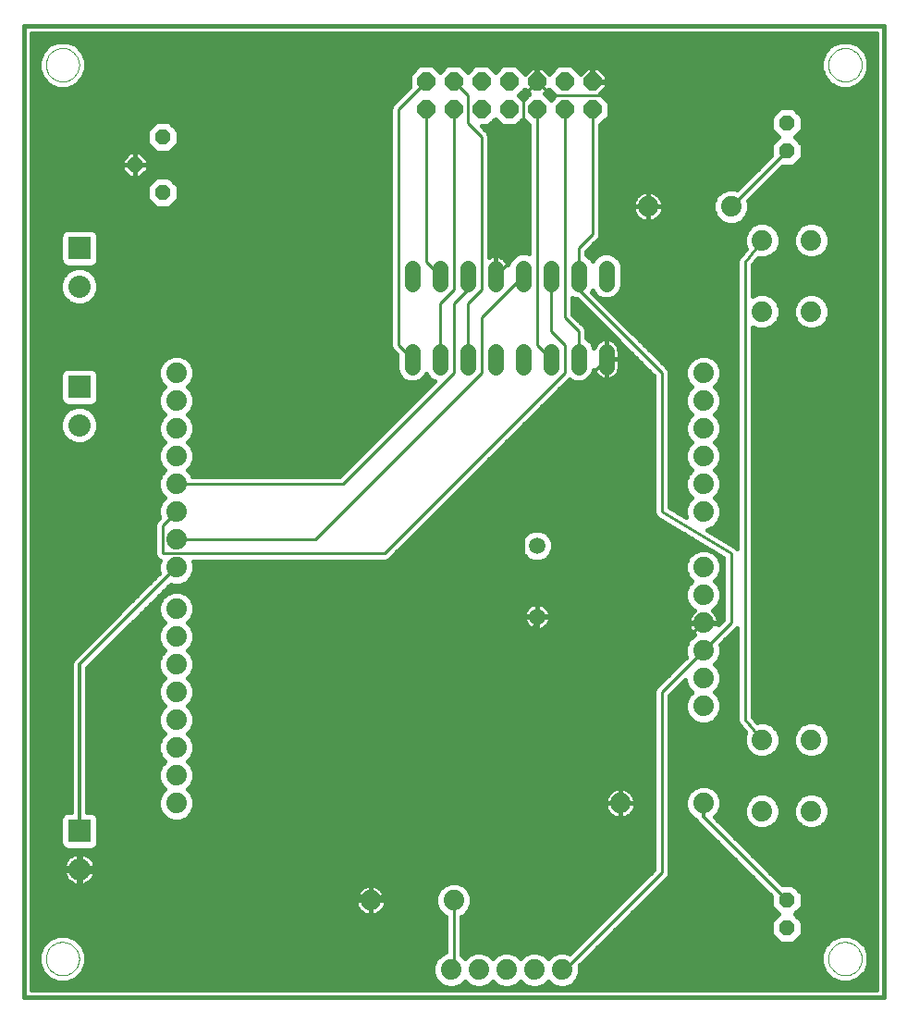
<source format=gtl>
G75*
G70*
%OFA0B0*%
%FSLAX24Y24*%
%IPPOS*%
%LPD*%
%AMOC8*
5,1,8,0,0,1.08239X$1,22.5*
%
%ADD10C,0.0160*%
%ADD11C,0.0740*%
%ADD12R,0.0800X0.0800*%
%ADD13C,0.0800*%
%ADD14OC8,0.0560*%
%ADD15C,0.0594*%
%ADD16C,0.0560*%
%ADD17OC8,0.0640*%
%ADD18C,0.0000*%
%ADD19C,0.0100*%
%ADD20C,0.0120*%
D10*
X005191Y002689D02*
X036191Y002689D01*
X036191Y037689D01*
X005191Y037689D01*
X005191Y002689D01*
X005451Y002949D02*
X005451Y037429D01*
X035931Y037429D01*
X035931Y002949D01*
X005451Y002949D01*
X005451Y003055D02*
X020417Y003055D01*
X020455Y003039D02*
X020714Y003039D01*
X020952Y003138D01*
X021084Y003270D01*
X021216Y003138D01*
X021455Y003039D01*
X021714Y003039D01*
X021952Y003138D01*
X022084Y003270D01*
X022216Y003138D01*
X022455Y003039D01*
X022714Y003039D01*
X022952Y003138D01*
X023084Y003270D01*
X023216Y003138D01*
X023455Y003039D01*
X023714Y003039D01*
X023952Y003138D01*
X024084Y003270D01*
X024216Y003138D01*
X024455Y003039D01*
X024714Y003039D01*
X024952Y003138D01*
X025135Y003321D01*
X025234Y003559D01*
X025234Y003818D01*
X025229Y003831D01*
X028428Y007030D01*
X028471Y007133D01*
X028471Y007244D01*
X028471Y013573D01*
X029041Y014143D01*
X029041Y014059D01*
X029139Y013821D01*
X029271Y013689D01*
X029139Y013557D01*
X029041Y013318D01*
X029041Y013059D01*
X029139Y012821D01*
X029322Y012638D01*
X029561Y012539D01*
X029820Y012539D01*
X030059Y012638D01*
X030242Y012821D01*
X030341Y013059D01*
X030341Y013318D01*
X030242Y013557D01*
X030110Y013689D01*
X030242Y013821D01*
X030341Y014059D01*
X030341Y014318D01*
X030242Y014557D01*
X030110Y014689D01*
X030242Y014821D01*
X030341Y015059D01*
X030341Y015318D01*
X030304Y015406D01*
X030849Y015951D01*
X030911Y016013D01*
X030911Y012700D01*
X030907Y012656D01*
X030911Y012645D01*
X030911Y012633D01*
X030927Y012592D01*
X030941Y012550D01*
X030949Y012541D01*
X030953Y012530D01*
X030984Y012499D01*
X031208Y012236D01*
X031151Y012098D01*
X031151Y011839D01*
X031249Y011601D01*
X031432Y011418D01*
X031671Y011319D01*
X031930Y011319D01*
X032169Y011418D01*
X032352Y011601D01*
X032451Y011839D01*
X032451Y012098D01*
X032352Y012337D01*
X032169Y012520D01*
X031930Y012619D01*
X031671Y012619D01*
X031631Y012602D01*
X031471Y012791D01*
X031471Y026842D01*
X031671Y026759D01*
X031930Y026759D01*
X032169Y026858D01*
X032352Y027041D01*
X032451Y027279D01*
X032451Y027538D01*
X032352Y027777D01*
X032169Y027960D01*
X031930Y028059D01*
X031671Y028059D01*
X031471Y027976D01*
X031471Y029092D01*
X031653Y029326D01*
X031671Y029319D01*
X031930Y029319D01*
X032169Y029418D01*
X032352Y029601D01*
X032451Y029839D01*
X032451Y030098D01*
X032352Y030337D01*
X032169Y030520D01*
X031930Y030619D01*
X031671Y030619D01*
X031432Y030520D01*
X031249Y030337D01*
X031151Y030098D01*
X031151Y029839D01*
X031218Y029678D01*
X030980Y029375D01*
X030953Y029347D01*
X030946Y029331D01*
X030936Y029317D01*
X030925Y029280D01*
X030911Y029244D01*
X030911Y029227D01*
X030906Y029210D01*
X030911Y029172D01*
X030911Y018865D01*
X030903Y018872D01*
X030882Y018900D01*
X030864Y018911D01*
X030849Y018926D01*
X030817Y018939D01*
X029818Y019539D01*
X029820Y019539D01*
X030059Y019638D01*
X030242Y019821D01*
X030341Y020059D01*
X030341Y020318D01*
X030242Y020557D01*
X030110Y020689D01*
X030242Y020821D01*
X030341Y021059D01*
X030341Y021318D01*
X030242Y021557D01*
X030110Y021689D01*
X030242Y021821D01*
X030341Y022059D01*
X030341Y022318D01*
X030242Y022557D01*
X030110Y022689D01*
X030242Y022821D01*
X030341Y023059D01*
X030341Y023318D01*
X030242Y023557D01*
X030110Y023689D01*
X030242Y023821D01*
X030341Y024059D01*
X030341Y024318D01*
X030242Y024557D01*
X030110Y024689D01*
X030242Y024821D01*
X030341Y025059D01*
X030341Y025318D01*
X030242Y025557D01*
X030059Y025740D01*
X029820Y025839D01*
X029561Y025839D01*
X029322Y025740D01*
X029139Y025557D01*
X029041Y025318D01*
X029041Y025059D01*
X029139Y024821D01*
X029271Y024689D01*
X029139Y024557D01*
X029041Y024318D01*
X029041Y024059D01*
X029139Y023821D01*
X029271Y023689D01*
X029139Y023557D01*
X029041Y023318D01*
X029041Y023059D01*
X029139Y022821D01*
X029271Y022689D01*
X029139Y022557D01*
X029041Y022318D01*
X029041Y022059D01*
X029139Y021821D01*
X029271Y021689D01*
X029139Y021557D01*
X029041Y021318D01*
X029041Y021059D01*
X029139Y020821D01*
X029271Y020689D01*
X029139Y020557D01*
X029041Y020318D01*
X029041Y020059D01*
X029070Y019987D01*
X028471Y020347D01*
X028471Y025133D01*
X028471Y025244D01*
X028428Y025347D01*
X025671Y028105D01*
X025691Y028153D01*
X025716Y028092D01*
X025873Y027934D01*
X026079Y027849D01*
X026302Y027849D01*
X026508Y027934D01*
X026665Y028092D01*
X026751Y028297D01*
X026751Y029080D01*
X026665Y029286D01*
X026508Y029444D01*
X026302Y029529D01*
X026079Y029529D01*
X025873Y029444D01*
X025716Y029286D01*
X025691Y029225D01*
X025665Y029286D01*
X025508Y029444D01*
X025471Y029459D01*
X025471Y029573D01*
X025849Y029951D01*
X025928Y030030D01*
X025971Y030133D01*
X025971Y034120D01*
X026291Y034440D01*
X026291Y034937D01*
X025968Y035260D01*
X026191Y035482D01*
X026191Y035669D01*
X025711Y035669D01*
X025711Y035709D01*
X026191Y035709D01*
X026191Y035896D01*
X025898Y036189D01*
X025711Y036189D01*
X025711Y035709D01*
X025670Y035709D01*
X025670Y036189D01*
X025483Y036189D01*
X025261Y035967D01*
X024939Y036289D01*
X024442Y036289D01*
X024120Y035967D01*
X023898Y036189D01*
X023711Y036189D01*
X023711Y035709D01*
X023670Y035709D01*
X023670Y036189D01*
X023483Y036189D01*
X023261Y035967D01*
X022939Y036289D01*
X022442Y036289D01*
X022191Y036037D01*
X021939Y036289D01*
X021442Y036289D01*
X021191Y036037D01*
X020939Y036289D01*
X020442Y036289D01*
X020191Y036037D01*
X019939Y036289D01*
X019442Y036289D01*
X019091Y035937D01*
X019091Y035485D01*
X018453Y034847D01*
X018411Y034744D01*
X018411Y034633D01*
X018411Y026133D01*
X018453Y026030D01*
X018532Y025951D01*
X018631Y025853D01*
X018631Y025297D01*
X018716Y025092D01*
X011341Y025092D01*
X011341Y025059D02*
X011341Y025318D01*
X011242Y025557D01*
X011059Y025740D01*
X010820Y025839D01*
X010561Y025839D01*
X010322Y025740D01*
X010139Y025557D01*
X010041Y025318D01*
X010041Y025059D01*
X010139Y024821D01*
X010271Y024689D01*
X010139Y024557D01*
X010041Y024318D01*
X010041Y024059D01*
X010139Y023821D01*
X010271Y023689D01*
X010139Y023557D01*
X010041Y023318D01*
X010041Y023059D01*
X010139Y022821D01*
X010271Y022689D01*
X010139Y022557D01*
X010041Y022318D01*
X010041Y022059D01*
X010139Y021821D01*
X010271Y021689D01*
X010139Y021557D01*
X010041Y021318D01*
X010041Y021059D01*
X010139Y020821D01*
X010271Y020689D01*
X010139Y020557D01*
X010041Y020318D01*
X010041Y020059D01*
X010077Y019971D01*
X009953Y019847D01*
X009911Y019744D01*
X009911Y019633D01*
X009911Y018633D01*
X009953Y018530D01*
X010032Y018451D01*
X010086Y018429D01*
X010041Y018318D01*
X010041Y018059D01*
X010073Y017981D01*
X007026Y014935D01*
X006945Y014853D01*
X006901Y014746D01*
X006901Y009369D01*
X006735Y009369D01*
X006632Y009326D01*
X006553Y009247D01*
X006511Y009144D01*
X006511Y008233D01*
X006553Y008130D01*
X006632Y008051D01*
X006735Y008009D01*
X007646Y008009D01*
X007749Y008051D01*
X007828Y008130D01*
X007871Y008233D01*
X007871Y009144D01*
X007828Y009247D01*
X007749Y009326D01*
X007646Y009369D01*
X007481Y009369D01*
X007481Y014569D01*
X010483Y017571D01*
X010561Y017539D01*
X010820Y017539D01*
X011059Y017638D01*
X011242Y017821D01*
X011341Y018059D01*
X011341Y018318D01*
X011303Y018409D01*
X018246Y018409D01*
X018349Y018451D01*
X018428Y018530D01*
X024853Y024955D01*
X024873Y024934D01*
X025079Y024849D01*
X025302Y024849D01*
X025508Y024934D01*
X025665Y025092D01*
X025666Y025092D02*
X025857Y025092D01*
X025840Y025109D02*
X025891Y025058D01*
X025949Y025015D01*
X026014Y024983D01*
X026083Y024960D01*
X026154Y024949D01*
X026190Y024949D01*
X026190Y025688D01*
X026191Y025688D01*
X026191Y024949D01*
X026227Y024949D01*
X026298Y024960D01*
X026367Y024983D01*
X026432Y025015D01*
X026490Y025058D01*
X026541Y025109D01*
X026584Y025168D01*
X026617Y025232D01*
X026639Y025301D01*
X026651Y025373D01*
X026651Y025689D01*
X026651Y026005D01*
X026639Y026077D01*
X026617Y026145D01*
X026584Y026210D01*
X026541Y026268D01*
X026490Y026320D01*
X026432Y026362D01*
X026367Y026395D01*
X026298Y026417D01*
X026227Y026429D01*
X026191Y026429D01*
X026191Y025689D01*
X026651Y025689D01*
X026191Y025689D01*
X026191Y025689D01*
X026190Y025689D01*
X026190Y026429D01*
X026154Y026429D01*
X026083Y026417D01*
X026014Y026395D01*
X025949Y026362D01*
X025891Y026320D01*
X025840Y026268D01*
X025797Y026210D01*
X025764Y026145D01*
X025746Y026090D01*
X025665Y026286D01*
X025508Y026444D01*
X025471Y026459D01*
X025471Y026633D01*
X025471Y026744D01*
X025428Y026847D01*
X024971Y027305D01*
X024971Y027894D01*
X025079Y027849D01*
X025135Y027849D01*
X027911Y025073D01*
X027911Y020210D01*
X027905Y020175D01*
X027911Y020154D01*
X027911Y020133D01*
X027924Y020101D01*
X027932Y020067D01*
X027945Y020050D01*
X027953Y020030D01*
X027978Y020006D01*
X027999Y019977D01*
X028017Y019966D01*
X028032Y019951D01*
X028064Y019938D01*
X030411Y018530D01*
X030411Y016305D01*
X030238Y016133D01*
X030241Y016146D01*
X030241Y016169D01*
X029711Y016169D01*
X029711Y016209D01*
X030241Y016209D01*
X030241Y016232D01*
X030227Y016318D01*
X030200Y016400D01*
X030161Y016477D01*
X030110Y016547D01*
X030049Y016608D01*
X030027Y016624D01*
X030059Y016638D01*
X030242Y016821D01*
X030341Y017059D01*
X030341Y017318D01*
X030242Y017557D01*
X030110Y017689D01*
X030242Y017821D01*
X030341Y018059D01*
X030341Y018318D01*
X030242Y018557D01*
X030059Y018740D01*
X029820Y018839D01*
X029561Y018839D01*
X029322Y018740D01*
X029139Y018557D01*
X029041Y018318D01*
X029041Y018059D01*
X029139Y017821D01*
X029271Y017689D01*
X029139Y017557D01*
X029041Y017318D01*
X029041Y017059D01*
X029139Y016821D01*
X029322Y016638D01*
X029355Y016624D01*
X029332Y016608D01*
X029271Y016547D01*
X029220Y016477D01*
X029181Y016400D01*
X029154Y016318D01*
X029141Y016232D01*
X029141Y016209D01*
X029670Y016209D01*
X029670Y016169D01*
X029141Y016169D01*
X029141Y016146D01*
X029154Y016060D01*
X029181Y015978D01*
X029220Y015901D01*
X029271Y015831D01*
X029332Y015769D01*
X029355Y015753D01*
X029322Y015740D01*
X029139Y015557D01*
X029041Y015318D01*
X029041Y015059D01*
X029077Y014971D01*
X027953Y013847D01*
X027911Y013744D01*
X027911Y013633D01*
X027911Y007305D01*
X024877Y004271D01*
X024714Y004339D01*
X024455Y004339D01*
X024216Y004240D01*
X024084Y004108D01*
X023952Y004240D01*
X023714Y004339D01*
X023455Y004339D01*
X023216Y004240D01*
X023084Y004108D01*
X022952Y004240D01*
X022714Y004339D01*
X022455Y004339D01*
X022216Y004240D01*
X022084Y004108D01*
X021952Y004240D01*
X021714Y004339D01*
X021455Y004339D01*
X021216Y004240D01*
X021084Y004108D01*
X020971Y004222D01*
X020971Y005601D01*
X021059Y005638D01*
X021242Y005821D01*
X021341Y006059D01*
X021341Y006318D01*
X021242Y006557D01*
X021059Y006740D01*
X020820Y006839D01*
X020561Y006839D01*
X020322Y006740D01*
X020139Y006557D01*
X020041Y006318D01*
X020041Y006059D01*
X020139Y005821D01*
X020322Y005638D01*
X020411Y005601D01*
X020411Y004320D01*
X020216Y004240D01*
X020033Y004057D01*
X019934Y003818D01*
X019934Y003559D01*
X020033Y003321D01*
X020216Y003138D01*
X020455Y003039D01*
X020752Y003055D02*
X021417Y003055D01*
X021141Y003213D02*
X021028Y003213D01*
X021752Y003055D02*
X022417Y003055D01*
X022141Y003213D02*
X022028Y003213D01*
X022752Y003055D02*
X023417Y003055D01*
X023141Y003213D02*
X023028Y003213D01*
X023752Y003055D02*
X024417Y003055D01*
X024141Y003213D02*
X024028Y003213D01*
X024752Y003055D02*
X035931Y003055D01*
X035931Y003213D02*
X025028Y003213D01*
X025156Y003372D02*
X034306Y003372D01*
X034315Y003362D02*
X034315Y003362D01*
X034076Y003601D01*
X034076Y003601D01*
X033947Y003913D01*
X033947Y003913D01*
X033947Y004252D01*
X033947Y004252D01*
X034076Y004564D01*
X034076Y004564D01*
X034315Y004803D01*
X034315Y004803D01*
X034628Y004932D01*
X034628Y004932D01*
X034747Y004932D01*
X034747Y004932D01*
X034795Y004932D01*
X034797Y004932D01*
X034847Y004932D01*
X034847Y004932D01*
X034966Y004932D01*
X034966Y004932D01*
X035278Y004803D01*
X035278Y004803D01*
X035278Y004803D01*
X035517Y004564D01*
X035517Y004564D01*
X035647Y004252D01*
X035647Y003913D01*
X035517Y003601D01*
X035278Y003362D01*
X035278Y003362D01*
X034966Y003233D01*
X034966Y003233D01*
X034847Y003233D01*
X034847Y003233D01*
X034814Y003233D01*
X034797Y003233D01*
X034747Y003233D01*
X034747Y003233D01*
X034628Y003233D01*
X034628Y003233D01*
X034315Y003362D01*
X034147Y003530D02*
X025222Y003530D01*
X025234Y003689D02*
X034040Y003689D01*
X033974Y003847D02*
X025245Y003847D01*
X025404Y004006D02*
X033947Y004006D01*
X033947Y004164D02*
X025562Y004164D01*
X025721Y004323D02*
X033976Y004323D01*
X034042Y004482D02*
X025879Y004482D01*
X026038Y004640D02*
X032447Y004640D01*
X032459Y004629D02*
X032922Y004629D01*
X033251Y004957D01*
X035931Y004957D01*
X035931Y004799D02*
X035283Y004799D01*
X035441Y004640D02*
X035931Y004640D01*
X035931Y004482D02*
X035552Y004482D01*
X035617Y004323D02*
X035931Y004323D01*
X035931Y004164D02*
X035647Y004164D01*
X035647Y004006D02*
X035931Y004006D01*
X035931Y003847D02*
X035619Y003847D01*
X035554Y003689D02*
X035931Y003689D01*
X035931Y003530D02*
X035447Y003530D01*
X035288Y003372D02*
X035931Y003372D01*
X035931Y005116D02*
X033251Y005116D01*
X033251Y005274D02*
X035931Y005274D01*
X035931Y005433D02*
X033238Y005433D01*
X033251Y005421D02*
X032982Y005689D01*
X033251Y005957D01*
X033251Y006421D01*
X032922Y006749D01*
X032541Y006749D01*
X030105Y009184D01*
X030242Y009321D01*
X030341Y009559D01*
X030341Y009818D01*
X030242Y010057D01*
X030059Y010240D01*
X029820Y010339D01*
X029561Y010339D01*
X029322Y010240D01*
X029139Y010057D01*
X029041Y009818D01*
X029041Y009559D01*
X029139Y009321D01*
X029322Y009138D01*
X029413Y009100D01*
X029445Y009025D01*
X029526Y008943D01*
X032131Y006339D01*
X032131Y005957D01*
X032399Y005689D01*
X032131Y005421D01*
X032131Y004957D01*
X026355Y004957D01*
X026513Y005116D02*
X032131Y005116D01*
X032131Y005274D02*
X026672Y005274D01*
X026830Y005433D02*
X032143Y005433D01*
X032301Y005591D02*
X026989Y005591D01*
X027148Y005750D02*
X032338Y005750D01*
X032179Y005908D02*
X027306Y005908D01*
X027465Y006067D02*
X032131Y006067D01*
X032131Y006226D02*
X027623Y006226D01*
X027782Y006384D02*
X032085Y006384D01*
X031927Y006543D02*
X027940Y006543D01*
X028099Y006701D02*
X031768Y006701D01*
X031610Y006860D02*
X028257Y006860D01*
X028416Y007018D02*
X031451Y007018D01*
X031292Y007177D02*
X028471Y007177D01*
X028471Y007335D02*
X031134Y007335D01*
X030975Y007494D02*
X028471Y007494D01*
X028471Y007652D02*
X030817Y007652D01*
X030658Y007811D02*
X028471Y007811D01*
X028471Y007969D02*
X030500Y007969D01*
X030341Y008128D02*
X028471Y008128D01*
X028471Y008287D02*
X030183Y008287D01*
X030024Y008445D02*
X028471Y008445D01*
X028471Y008604D02*
X029866Y008604D01*
X029707Y008762D02*
X028471Y008762D01*
X028471Y008921D02*
X029548Y008921D01*
X029422Y009079D02*
X028471Y009079D01*
X028471Y009238D02*
X029222Y009238D01*
X029108Y009396D02*
X028471Y009396D01*
X028471Y009555D02*
X029042Y009555D01*
X029041Y009713D02*
X028471Y009713D01*
X028471Y009872D02*
X029063Y009872D01*
X029129Y010031D02*
X028471Y010031D01*
X028471Y010189D02*
X029272Y010189D01*
X028471Y010348D02*
X035931Y010348D01*
X035931Y010506D02*
X028471Y010506D01*
X028471Y010665D02*
X035931Y010665D01*
X035931Y010823D02*
X028471Y010823D01*
X028471Y010982D02*
X035931Y010982D01*
X035931Y011140D02*
X028471Y011140D01*
X028471Y011299D02*
X035931Y011299D01*
X035931Y011457D02*
X033988Y011457D01*
X033949Y011418D02*
X034132Y011601D01*
X034231Y011839D01*
X034231Y012098D01*
X034132Y012337D01*
X033949Y012520D01*
X033710Y012619D01*
X033451Y012619D01*
X033212Y012520D01*
X033029Y012337D01*
X032931Y012098D01*
X032931Y011839D01*
X033029Y011601D01*
X033212Y011418D01*
X033451Y011319D01*
X033710Y011319D01*
X033949Y011418D01*
X034138Y011616D02*
X035931Y011616D01*
X035931Y011775D02*
X034204Y011775D01*
X034231Y011933D02*
X035931Y011933D01*
X035931Y012092D02*
X034231Y012092D01*
X034168Y012250D02*
X035931Y012250D01*
X035931Y012409D02*
X034060Y012409D01*
X033834Y012567D02*
X035931Y012567D01*
X035931Y012726D02*
X031526Y012726D01*
X031471Y012884D02*
X035931Y012884D01*
X035931Y013043D02*
X031471Y013043D01*
X031471Y013201D02*
X035931Y013201D01*
X035931Y013360D02*
X031471Y013360D01*
X031471Y013519D02*
X035931Y013519D01*
X035931Y013677D02*
X031471Y013677D01*
X031471Y013836D02*
X035931Y013836D01*
X035931Y013994D02*
X031471Y013994D01*
X031471Y014153D02*
X035931Y014153D01*
X035931Y014311D02*
X031471Y014311D01*
X031471Y014470D02*
X035931Y014470D01*
X035931Y014628D02*
X031471Y014628D01*
X031471Y014787D02*
X035931Y014787D01*
X035931Y014945D02*
X031471Y014945D01*
X031471Y015104D02*
X035931Y015104D01*
X035931Y015262D02*
X031471Y015262D01*
X031471Y015421D02*
X035931Y015421D01*
X035931Y015580D02*
X031471Y015580D01*
X031471Y015738D02*
X035931Y015738D01*
X035931Y015897D02*
X031471Y015897D01*
X031471Y016055D02*
X035931Y016055D01*
X035931Y016214D02*
X031471Y016214D01*
X031471Y016372D02*
X035931Y016372D01*
X035931Y016531D02*
X031471Y016531D01*
X031471Y016689D02*
X035931Y016689D01*
X035931Y016848D02*
X031471Y016848D01*
X031471Y017006D02*
X035931Y017006D01*
X035931Y017165D02*
X031471Y017165D01*
X031471Y017324D02*
X035931Y017324D01*
X035931Y017482D02*
X031471Y017482D01*
X031471Y017641D02*
X035931Y017641D01*
X035931Y017799D02*
X031471Y017799D01*
X031471Y017958D02*
X035931Y017958D01*
X035931Y018116D02*
X031471Y018116D01*
X031471Y018275D02*
X035931Y018275D01*
X035931Y018433D02*
X031471Y018433D01*
X031471Y018592D02*
X035931Y018592D01*
X035931Y018750D02*
X031471Y018750D01*
X031471Y018909D02*
X035931Y018909D01*
X035931Y019068D02*
X031471Y019068D01*
X031471Y019226D02*
X035931Y019226D01*
X035931Y019385D02*
X031471Y019385D01*
X031471Y019543D02*
X035931Y019543D01*
X035931Y019702D02*
X031471Y019702D01*
X031471Y019860D02*
X035931Y019860D01*
X035931Y020019D02*
X031471Y020019D01*
X031471Y020177D02*
X035931Y020177D01*
X035931Y020336D02*
X031471Y020336D01*
X031471Y020494D02*
X035931Y020494D01*
X035931Y020653D02*
X031471Y020653D01*
X031471Y020811D02*
X035931Y020811D01*
X035931Y020970D02*
X031471Y020970D01*
X031471Y021129D02*
X035931Y021129D01*
X035931Y021287D02*
X031471Y021287D01*
X031471Y021446D02*
X035931Y021446D01*
X035931Y021604D02*
X031471Y021604D01*
X031471Y021763D02*
X035931Y021763D01*
X035931Y021921D02*
X031471Y021921D01*
X031471Y022080D02*
X035931Y022080D01*
X035931Y022238D02*
X031471Y022238D01*
X031471Y022397D02*
X035931Y022397D01*
X035931Y022555D02*
X031471Y022555D01*
X031471Y022714D02*
X035931Y022714D01*
X035931Y022873D02*
X031471Y022873D01*
X031471Y023031D02*
X035931Y023031D01*
X035931Y023190D02*
X031471Y023190D01*
X031471Y023348D02*
X035931Y023348D01*
X035931Y023507D02*
X031471Y023507D01*
X031471Y023665D02*
X035931Y023665D01*
X035931Y023824D02*
X031471Y023824D01*
X031471Y023982D02*
X035931Y023982D01*
X035931Y024141D02*
X031471Y024141D01*
X031471Y024299D02*
X035931Y024299D01*
X035931Y024458D02*
X031471Y024458D01*
X031471Y024617D02*
X035931Y024617D01*
X035931Y024775D02*
X031471Y024775D01*
X031471Y024934D02*
X035931Y024934D01*
X035931Y025092D02*
X031471Y025092D01*
X031471Y025251D02*
X035931Y025251D01*
X035931Y025409D02*
X031471Y025409D01*
X031471Y025568D02*
X035931Y025568D01*
X035931Y025726D02*
X031471Y025726D01*
X031471Y025885D02*
X035931Y025885D01*
X035931Y026043D02*
X031471Y026043D01*
X031471Y026202D02*
X035931Y026202D01*
X035931Y026361D02*
X031471Y026361D01*
X031471Y026519D02*
X035931Y026519D01*
X035931Y026678D02*
X031471Y026678D01*
X031471Y026836D02*
X031485Y026836D01*
X032117Y026836D02*
X033264Y026836D01*
X033212Y026858D02*
X033451Y026759D01*
X033710Y026759D01*
X033949Y026858D01*
X034132Y027041D01*
X034231Y027279D01*
X034231Y027538D01*
X034132Y027777D01*
X033949Y027960D01*
X033710Y028059D01*
X033451Y028059D01*
X033212Y027960D01*
X033029Y027777D01*
X032931Y027538D01*
X032931Y027279D01*
X033029Y027041D01*
X033212Y026858D01*
X033075Y026995D02*
X032306Y026995D01*
X032398Y027153D02*
X032983Y027153D01*
X032931Y027312D02*
X032451Y027312D01*
X032451Y027470D02*
X032931Y027470D01*
X032968Y027629D02*
X032413Y027629D01*
X032341Y027787D02*
X033040Y027787D01*
X033198Y027946D02*
X032183Y027946D01*
X031471Y028104D02*
X035931Y028104D01*
X035931Y027946D02*
X033963Y027946D01*
X034121Y027787D02*
X035931Y027787D01*
X035931Y027629D02*
X034193Y027629D01*
X034231Y027470D02*
X035931Y027470D01*
X035931Y027312D02*
X034231Y027312D01*
X034178Y027153D02*
X035931Y027153D01*
X035931Y026995D02*
X034086Y026995D01*
X033897Y026836D02*
X035931Y026836D01*
X035931Y028263D02*
X031471Y028263D01*
X031471Y028422D02*
X035931Y028422D01*
X035931Y028580D02*
X031471Y028580D01*
X031471Y028739D02*
X035931Y028739D01*
X035931Y028897D02*
X031471Y028897D01*
X031471Y029056D02*
X035931Y029056D01*
X035931Y029214D02*
X031566Y029214D01*
X032060Y029373D02*
X033321Y029373D01*
X033212Y029418D02*
X033451Y029319D01*
X033710Y029319D01*
X033949Y029418D01*
X034132Y029601D01*
X034231Y029839D01*
X034231Y030098D01*
X034132Y030337D01*
X033949Y030520D01*
X033710Y030619D01*
X033451Y030619D01*
X033212Y030520D01*
X033029Y030337D01*
X032931Y030098D01*
X032931Y029839D01*
X033029Y029601D01*
X033212Y029418D01*
X033099Y029531D02*
X032282Y029531D01*
X032389Y029690D02*
X032992Y029690D01*
X032931Y029848D02*
X032451Y029848D01*
X032451Y030007D02*
X032931Y030007D01*
X032959Y030166D02*
X032423Y030166D01*
X032357Y030324D02*
X033024Y030324D01*
X033175Y030483D02*
X032206Y030483D01*
X031395Y030483D02*
X025971Y030483D01*
X025971Y030641D02*
X027632Y030641D01*
X027647Y030639D02*
X027682Y030639D01*
X027682Y031180D01*
X027699Y031180D01*
X027699Y030639D01*
X027734Y030639D01*
X027819Y030652D01*
X027902Y030679D01*
X027979Y030718D01*
X028049Y030769D01*
X028110Y030831D01*
X028161Y030901D01*
X028200Y030978D01*
X028227Y031060D01*
X028241Y031146D01*
X028241Y031180D01*
X027699Y031180D01*
X027699Y031197D01*
X028241Y031197D01*
X028241Y031232D01*
X028227Y031318D01*
X028200Y031400D01*
X028161Y031477D01*
X028110Y031547D01*
X028049Y031608D01*
X027979Y031659D01*
X027902Y031699D01*
X027819Y031725D01*
X027734Y031739D01*
X027699Y031739D01*
X027699Y031198D01*
X027682Y031198D01*
X027682Y031739D01*
X027647Y031739D01*
X027562Y031725D01*
X027479Y031699D01*
X027402Y031659D01*
X027332Y031608D01*
X027271Y031547D01*
X027220Y031477D01*
X027181Y031400D01*
X027154Y031318D01*
X027141Y031232D01*
X027141Y031197D01*
X027682Y031197D01*
X027682Y031180D01*
X027141Y031180D01*
X027141Y031146D01*
X027154Y031060D01*
X027181Y030978D01*
X027220Y030901D01*
X027271Y030831D01*
X027332Y030769D01*
X027402Y030718D01*
X027479Y030679D01*
X027562Y030652D01*
X027647Y030639D01*
X027682Y030641D02*
X027699Y030641D01*
X027749Y030641D02*
X030319Y030641D01*
X030322Y030638D02*
X030561Y030539D01*
X030820Y030539D01*
X031059Y030638D01*
X031242Y030821D01*
X031341Y031059D01*
X031341Y031318D01*
X031304Y031406D01*
X032526Y032629D01*
X032922Y032629D01*
X033251Y032957D01*
X033251Y033421D01*
X032982Y033689D01*
X033251Y033957D01*
X033251Y034421D01*
X032922Y034749D01*
X032459Y034749D01*
X032131Y034421D01*
X032131Y033957D01*
X032399Y033689D01*
X032131Y033421D01*
X032131Y033025D01*
X030908Y031802D01*
X030820Y031839D01*
X030561Y031839D01*
X030322Y031740D01*
X030139Y031557D01*
X030041Y031318D01*
X030041Y031059D01*
X030139Y030821D01*
X030322Y030638D01*
X030160Y030800D02*
X028079Y030800D01*
X028190Y030958D02*
X030082Y030958D01*
X030041Y031117D02*
X028236Y031117D01*
X028234Y031275D02*
X030041Y031275D01*
X030089Y031434D02*
X028183Y031434D01*
X028065Y031592D02*
X030175Y031592D01*
X030349Y031751D02*
X025971Y031751D01*
X025971Y031592D02*
X027316Y031592D01*
X027198Y031434D02*
X025971Y031434D01*
X025971Y031275D02*
X027147Y031275D01*
X027145Y031117D02*
X025971Y031117D01*
X025971Y030958D02*
X027191Y030958D01*
X027302Y030800D02*
X025971Y030800D01*
X025971Y030324D02*
X031244Y030324D01*
X031179Y030166D02*
X025971Y030166D01*
X025905Y030007D02*
X031151Y030007D01*
X031151Y029848D02*
X025746Y029848D01*
X025588Y029690D02*
X031212Y029690D01*
X031103Y029531D02*
X025471Y029531D01*
X025578Y029373D02*
X025803Y029373D01*
X026578Y029373D02*
X030979Y029373D01*
X030907Y029214D02*
X026695Y029214D01*
X026751Y029056D02*
X030911Y029056D01*
X030911Y028897D02*
X026751Y028897D01*
X026751Y028739D02*
X030911Y028739D01*
X030911Y028580D02*
X026751Y028580D01*
X026751Y028422D02*
X030911Y028422D01*
X030911Y028263D02*
X026736Y028263D01*
X026671Y028104D02*
X030911Y028104D01*
X030911Y027946D02*
X026520Y027946D01*
X026146Y027629D02*
X030911Y027629D01*
X030911Y027787D02*
X025988Y027787D01*
X025861Y027946D02*
X025829Y027946D01*
X025710Y028104D02*
X025671Y028104D01*
X025196Y027787D02*
X024971Y027787D01*
X024971Y027629D02*
X025355Y027629D01*
X025513Y027470D02*
X024971Y027470D01*
X024971Y027312D02*
X025672Y027312D01*
X025830Y027153D02*
X025122Y027153D01*
X025281Y026995D02*
X025989Y026995D01*
X026147Y026836D02*
X025433Y026836D01*
X025471Y026678D02*
X026306Y026678D01*
X026464Y026519D02*
X025471Y026519D01*
X025591Y026361D02*
X025947Y026361D01*
X025793Y026202D02*
X025700Y026202D01*
X026190Y026202D02*
X026191Y026202D01*
X026190Y026361D02*
X026191Y026361D01*
X026434Y026361D02*
X026623Y026361D01*
X026588Y026202D02*
X026781Y026202D01*
X026644Y026043D02*
X026940Y026043D01*
X027099Y025885D02*
X026651Y025885D01*
X026651Y025726D02*
X027257Y025726D01*
X027416Y025568D02*
X026651Y025568D01*
X026651Y025409D02*
X027574Y025409D01*
X027733Y025251D02*
X026623Y025251D01*
X026524Y025092D02*
X027891Y025092D01*
X027911Y024934D02*
X025507Y024934D01*
X025665Y025092D02*
X025746Y025287D01*
X025764Y025232D01*
X025797Y025168D01*
X025840Y025109D01*
X025758Y025251D02*
X025731Y025251D01*
X026190Y025251D02*
X026191Y025251D01*
X026190Y025409D02*
X026191Y025409D01*
X026190Y025568D02*
X026191Y025568D01*
X026190Y025726D02*
X026191Y025726D01*
X026190Y025885D02*
X026191Y025885D01*
X026190Y026043D02*
X026191Y026043D01*
X026190Y025092D02*
X026191Y025092D01*
X024874Y024934D02*
X024831Y024934D01*
X024673Y024775D02*
X027911Y024775D01*
X027911Y024617D02*
X024514Y024617D01*
X024356Y024458D02*
X027911Y024458D01*
X027911Y024299D02*
X024197Y024299D01*
X024039Y024141D02*
X027911Y024141D01*
X027911Y023982D02*
X023880Y023982D01*
X023721Y023824D02*
X027911Y023824D01*
X027911Y023665D02*
X023563Y023665D01*
X023404Y023507D02*
X027911Y023507D01*
X027911Y023348D02*
X023246Y023348D01*
X023087Y023190D02*
X027911Y023190D01*
X027911Y023031D02*
X022929Y023031D01*
X022770Y022873D02*
X027911Y022873D01*
X027911Y022714D02*
X022612Y022714D01*
X022453Y022555D02*
X027911Y022555D01*
X027911Y022397D02*
X022295Y022397D01*
X022136Y022238D02*
X027911Y022238D01*
X027911Y022080D02*
X021977Y022080D01*
X021819Y021921D02*
X027911Y021921D01*
X027911Y021763D02*
X021660Y021763D01*
X021502Y021604D02*
X027911Y021604D01*
X027911Y021446D02*
X021343Y021446D01*
X021185Y021287D02*
X027911Y021287D01*
X027911Y021129D02*
X021026Y021129D01*
X020868Y020970D02*
X027911Y020970D01*
X027911Y020811D02*
X020709Y020811D01*
X020551Y020653D02*
X027911Y020653D01*
X027911Y020494D02*
X020392Y020494D01*
X020234Y020336D02*
X027911Y020336D01*
X027906Y020177D02*
X020075Y020177D01*
X019916Y020019D02*
X027965Y020019D01*
X028194Y019860D02*
X019758Y019860D01*
X019599Y019702D02*
X028458Y019702D01*
X028722Y019543D02*
X023811Y019543D01*
X023805Y019545D02*
X023576Y019545D01*
X023364Y019458D01*
X023201Y019295D01*
X023113Y019083D01*
X023113Y018854D01*
X023201Y018641D01*
X023364Y018479D01*
X023576Y018391D01*
X023805Y018391D01*
X024017Y018479D01*
X024180Y018641D01*
X024268Y018854D01*
X024268Y019083D01*
X024180Y019295D01*
X024017Y019458D01*
X023805Y019545D01*
X023570Y019543D02*
X019441Y019543D01*
X019282Y019385D02*
X023291Y019385D01*
X023173Y019226D02*
X019124Y019226D01*
X018965Y019068D02*
X023113Y019068D01*
X023113Y018909D02*
X018807Y018909D01*
X018648Y018750D02*
X023156Y018750D01*
X023251Y018592D02*
X018490Y018592D01*
X018305Y018433D02*
X023474Y018433D01*
X023907Y018433D02*
X029088Y018433D01*
X029041Y018275D02*
X011341Y018275D01*
X011341Y018116D02*
X029041Y018116D01*
X029083Y017958D02*
X011298Y017958D01*
X011220Y017799D02*
X029161Y017799D01*
X029223Y017641D02*
X011062Y017641D01*
X010857Y017324D02*
X029043Y017324D01*
X029041Y017165D02*
X011134Y017165D01*
X011059Y017240D02*
X011242Y017057D01*
X011341Y016818D01*
X011341Y016559D01*
X011242Y016321D01*
X011110Y016189D01*
X011242Y016057D01*
X011341Y015818D01*
X011341Y015559D01*
X011242Y015321D01*
X011110Y015189D01*
X011242Y015057D01*
X011341Y014818D01*
X011341Y014559D01*
X011242Y014321D01*
X011110Y014189D01*
X011242Y014057D01*
X011341Y013818D01*
X011341Y013559D01*
X011242Y013321D01*
X011110Y013189D01*
X011242Y013057D01*
X011341Y012818D01*
X011341Y012559D01*
X011242Y012321D01*
X011110Y012189D01*
X011242Y012057D01*
X011341Y011818D01*
X011341Y011559D01*
X011242Y011321D01*
X011110Y011189D01*
X011242Y011057D01*
X011341Y010818D01*
X011341Y010559D01*
X011242Y010321D01*
X011110Y010189D01*
X026461Y010189D01*
X026479Y010199D02*
X026402Y010159D01*
X026332Y010108D01*
X026271Y010047D01*
X026220Y009977D01*
X026181Y009900D01*
X026154Y009818D01*
X026141Y009732D01*
X026141Y009697D01*
X026682Y009697D01*
X026682Y009680D01*
X026699Y009680D01*
X026699Y009139D01*
X026734Y009139D01*
X026819Y009152D01*
X026902Y009179D01*
X026979Y009218D01*
X027049Y009269D01*
X027110Y009331D01*
X027161Y009401D01*
X027200Y009478D01*
X027227Y009560D01*
X027241Y009646D01*
X027241Y009680D01*
X026699Y009680D01*
X026699Y009697D01*
X027241Y009697D01*
X027241Y009732D01*
X027227Y009818D01*
X027200Y009900D01*
X027161Y009977D01*
X027110Y010047D01*
X027049Y010108D01*
X026979Y010159D01*
X026902Y010199D01*
X026819Y010225D01*
X026734Y010239D01*
X026699Y010239D01*
X026699Y009698D01*
X026682Y009698D01*
X026682Y010239D01*
X026647Y010239D01*
X026562Y010225D01*
X026479Y010199D01*
X026682Y010189D02*
X026699Y010189D01*
X026682Y010031D02*
X026699Y010031D01*
X026682Y009872D02*
X026699Y009872D01*
X026682Y009713D02*
X026699Y009713D01*
X026682Y009680D02*
X026141Y009680D01*
X026141Y009646D01*
X026154Y009560D01*
X026181Y009478D01*
X026220Y009401D01*
X026271Y009331D01*
X026332Y009269D01*
X026402Y009218D01*
X026479Y009179D01*
X026562Y009152D01*
X026647Y009139D01*
X026682Y009139D01*
X026682Y009680D01*
X026682Y009555D02*
X026699Y009555D01*
X026682Y009396D02*
X026699Y009396D01*
X026682Y009238D02*
X026699Y009238D01*
X027005Y009238D02*
X027911Y009238D01*
X027911Y009396D02*
X027158Y009396D01*
X027225Y009555D02*
X027911Y009555D01*
X027911Y009713D02*
X027241Y009713D01*
X027209Y009872D02*
X027911Y009872D01*
X027911Y010031D02*
X027122Y010031D01*
X026920Y010189D02*
X027911Y010189D01*
X027911Y010348D02*
X011253Y010348D01*
X011318Y010506D02*
X027911Y010506D01*
X027911Y010665D02*
X011341Y010665D01*
X011338Y010823D02*
X027911Y010823D01*
X027911Y010982D02*
X011273Y010982D01*
X011158Y011140D02*
X027911Y011140D01*
X027911Y011299D02*
X011220Y011299D01*
X011298Y011457D02*
X027911Y011457D01*
X027911Y011616D02*
X011341Y011616D01*
X011341Y011775D02*
X027911Y011775D01*
X027911Y011933D02*
X011293Y011933D01*
X011207Y012092D02*
X027911Y012092D01*
X027911Y012250D02*
X011171Y012250D01*
X011278Y012409D02*
X027911Y012409D01*
X027911Y012567D02*
X011341Y012567D01*
X011341Y012726D02*
X027911Y012726D01*
X027911Y012884D02*
X011313Y012884D01*
X011247Y013043D02*
X027911Y013043D01*
X027911Y013201D02*
X011122Y013201D01*
X011258Y013360D02*
X027911Y013360D01*
X027911Y013519D02*
X011324Y013519D01*
X011341Y013677D02*
X027911Y013677D01*
X027948Y013836D02*
X011333Y013836D01*
X011268Y013994D02*
X028100Y013994D01*
X028258Y014153D02*
X011146Y014153D01*
X011232Y014311D02*
X028417Y014311D01*
X028576Y014470D02*
X011303Y014470D01*
X011341Y014628D02*
X028734Y014628D01*
X028893Y014787D02*
X011341Y014787D01*
X011288Y014945D02*
X029051Y014945D01*
X029041Y015104D02*
X011195Y015104D01*
X011183Y015262D02*
X029041Y015262D01*
X029083Y015421D02*
X011283Y015421D01*
X011341Y015580D02*
X029162Y015580D01*
X029321Y015738D02*
X011341Y015738D01*
X011308Y015897D02*
X029223Y015897D01*
X029156Y016055D02*
X024011Y016055D01*
X024001Y016045D02*
X024054Y016098D01*
X024099Y016159D01*
X024133Y016226D01*
X024156Y016298D01*
X024168Y016372D01*
X029172Y016372D01*
X029141Y016214D02*
X024126Y016214D01*
X024168Y016372D02*
X024168Y016401D01*
X023699Y016401D01*
X023699Y016418D01*
X023682Y016418D01*
X023682Y016886D01*
X023653Y016886D01*
X023579Y016875D01*
X023507Y016851D01*
X023440Y016817D01*
X023380Y016773D01*
X023327Y016720D01*
X023282Y016659D01*
X023248Y016592D01*
X023225Y016521D01*
X023213Y016447D01*
X023213Y016418D01*
X023682Y016418D01*
X023682Y016401D01*
X023213Y016401D01*
X023213Y016372D01*
X011263Y016372D01*
X011329Y016531D02*
X023228Y016531D01*
X023213Y016372D02*
X023225Y016298D01*
X023248Y016226D01*
X023282Y016159D01*
X023327Y016098D01*
X023380Y016045D01*
X023440Y016001D01*
X023507Y015967D01*
X023579Y015944D01*
X023653Y015932D01*
X023682Y015932D01*
X023682Y016400D01*
X023699Y016400D01*
X023699Y015932D01*
X023728Y015932D01*
X023802Y015944D01*
X023874Y015967D01*
X023941Y016001D01*
X024001Y016045D01*
X023699Y016055D02*
X023682Y016055D01*
X023682Y016214D02*
X023699Y016214D01*
X023682Y016372D02*
X023699Y016372D01*
X023699Y016418D02*
X024168Y016418D01*
X024168Y016447D01*
X024156Y016521D01*
X024133Y016592D01*
X024099Y016659D01*
X024054Y016720D01*
X024001Y016773D01*
X023941Y016817D01*
X023874Y016851D01*
X023802Y016875D01*
X023728Y016886D01*
X023699Y016886D01*
X023699Y016418D01*
X023699Y016531D02*
X023682Y016531D01*
X023682Y016689D02*
X023699Y016689D01*
X023682Y016848D02*
X023699Y016848D01*
X023881Y016848D02*
X029128Y016848D01*
X029062Y017006D02*
X011263Y017006D01*
X011328Y016848D02*
X023500Y016848D01*
X023304Y016689D02*
X011341Y016689D01*
X011135Y016214D02*
X023255Y016214D01*
X023370Y016055D02*
X011242Y016055D01*
X010271Y016189D02*
X010139Y016057D01*
X010041Y015818D01*
X010041Y015559D01*
X010139Y015321D01*
X010271Y015189D01*
X010139Y015057D01*
X010041Y014818D01*
X010041Y014559D01*
X010139Y014321D01*
X010271Y014189D01*
X010139Y014057D01*
X010041Y013818D01*
X010041Y013559D01*
X010139Y013321D01*
X010271Y013189D01*
X010139Y013057D01*
X010041Y012818D01*
X010041Y012559D01*
X010139Y012321D01*
X010271Y012189D01*
X010139Y012057D01*
X010041Y011818D01*
X010041Y011559D01*
X010139Y011321D01*
X010271Y011189D01*
X010139Y011057D01*
X010041Y010818D01*
X010041Y010559D01*
X010139Y010321D01*
X010271Y010189D01*
X007481Y010189D01*
X007481Y010031D02*
X010129Y010031D01*
X010139Y010057D02*
X010041Y009818D01*
X010041Y009559D01*
X010139Y009321D01*
X010322Y009138D01*
X010561Y009039D01*
X010820Y009039D01*
X011059Y009138D01*
X011242Y009321D01*
X011341Y009559D01*
X011341Y009818D01*
X011242Y010057D01*
X011110Y010189D01*
X011253Y010031D02*
X026259Y010031D01*
X026172Y009872D02*
X011318Y009872D01*
X011341Y009713D02*
X026141Y009713D01*
X026156Y009555D02*
X011339Y009555D01*
X011273Y009396D02*
X026223Y009396D01*
X026376Y009238D02*
X011159Y009238D01*
X010918Y009079D02*
X027911Y009079D01*
X027911Y008921D02*
X007871Y008921D01*
X007871Y009079D02*
X010463Y009079D01*
X010222Y009238D02*
X007832Y009238D01*
X007481Y009396D02*
X010108Y009396D01*
X010042Y009555D02*
X007481Y009555D01*
X007481Y009713D02*
X010041Y009713D01*
X010063Y009872D02*
X007481Y009872D01*
X007481Y010348D02*
X010128Y010348D01*
X010063Y010506D02*
X007481Y010506D01*
X007481Y010665D02*
X010041Y010665D01*
X010043Y010823D02*
X007481Y010823D01*
X007481Y010982D02*
X010108Y010982D01*
X010223Y011140D02*
X007481Y011140D01*
X007481Y011299D02*
X010161Y011299D01*
X010083Y011457D02*
X007481Y011457D01*
X007481Y011616D02*
X010041Y011616D01*
X010041Y011775D02*
X007481Y011775D01*
X007481Y011933D02*
X010088Y011933D01*
X010174Y012092D02*
X007481Y012092D01*
X007481Y012250D02*
X010210Y012250D01*
X010103Y012409D02*
X007481Y012409D01*
X007481Y012567D02*
X010041Y012567D01*
X010041Y012726D02*
X007481Y012726D01*
X007481Y012884D02*
X010068Y012884D01*
X010134Y013043D02*
X007481Y013043D01*
X007481Y013201D02*
X010259Y013201D01*
X010123Y013360D02*
X007481Y013360D01*
X007481Y013519D02*
X010058Y013519D01*
X010041Y013677D02*
X007481Y013677D01*
X007481Y013836D02*
X010048Y013836D01*
X010113Y013994D02*
X007481Y013994D01*
X007481Y014153D02*
X010235Y014153D01*
X010149Y014311D02*
X007481Y014311D01*
X007481Y014470D02*
X010078Y014470D01*
X010041Y014628D02*
X007540Y014628D01*
X007699Y014787D02*
X010041Y014787D01*
X010093Y014945D02*
X007857Y014945D01*
X008016Y015104D02*
X010186Y015104D01*
X010198Y015262D02*
X008174Y015262D01*
X008333Y015421D02*
X010098Y015421D01*
X010041Y015580D02*
X008491Y015580D01*
X008650Y015738D02*
X010041Y015738D01*
X010073Y015897D02*
X008808Y015897D01*
X008967Y016055D02*
X010139Y016055D01*
X010271Y016189D02*
X010139Y016321D01*
X010041Y016559D01*
X010041Y016818D01*
X010139Y017057D01*
X010322Y017240D01*
X010561Y017339D01*
X010820Y017339D01*
X011059Y017240D01*
X010524Y017324D02*
X010235Y017324D01*
X010247Y017165D02*
X010077Y017165D01*
X010119Y017006D02*
X009918Y017006D01*
X010053Y016848D02*
X009760Y016848D01*
X009601Y016689D02*
X010041Y016689D01*
X010052Y016531D02*
X009443Y016531D01*
X009284Y016372D02*
X010118Y016372D01*
X010246Y016214D02*
X009126Y016214D01*
X008781Y016689D02*
X005451Y016689D01*
X005451Y016531D02*
X008622Y016531D01*
X008464Y016372D02*
X005451Y016372D01*
X005451Y016214D02*
X008305Y016214D01*
X008147Y016055D02*
X005451Y016055D01*
X005451Y015897D02*
X007988Y015897D01*
X007830Y015738D02*
X005451Y015738D01*
X005451Y015580D02*
X007671Y015580D01*
X007513Y015421D02*
X005451Y015421D01*
X005451Y015262D02*
X007354Y015262D01*
X007196Y015104D02*
X005451Y015104D01*
X005451Y014945D02*
X007037Y014945D01*
X007026Y014935D02*
X007026Y014935D01*
X006917Y014787D02*
X005451Y014787D01*
X005451Y014628D02*
X006901Y014628D01*
X006901Y014470D02*
X005451Y014470D01*
X005451Y014311D02*
X006901Y014311D01*
X006901Y014153D02*
X005451Y014153D01*
X005451Y013994D02*
X006901Y013994D01*
X006901Y013836D02*
X005451Y013836D01*
X005451Y013677D02*
X006901Y013677D01*
X006901Y013519D02*
X005451Y013519D01*
X005451Y013360D02*
X006901Y013360D01*
X006901Y013201D02*
X005451Y013201D01*
X005451Y013043D02*
X006901Y013043D01*
X006901Y012884D02*
X005451Y012884D01*
X005451Y012726D02*
X006901Y012726D01*
X006901Y012567D02*
X005451Y012567D01*
X005451Y012409D02*
X006901Y012409D01*
X006901Y012250D02*
X005451Y012250D01*
X005451Y012092D02*
X006901Y012092D01*
X006901Y011933D02*
X005451Y011933D01*
X005451Y011775D02*
X006901Y011775D01*
X006901Y011616D02*
X005451Y011616D01*
X005451Y011457D02*
X006901Y011457D01*
X006901Y011299D02*
X005451Y011299D01*
X005451Y011140D02*
X006901Y011140D01*
X006901Y010982D02*
X005451Y010982D01*
X005451Y010823D02*
X006901Y010823D01*
X006901Y010665D02*
X005451Y010665D01*
X005451Y010506D02*
X006901Y010506D01*
X006901Y010348D02*
X005451Y010348D01*
X005451Y010189D02*
X006901Y010189D01*
X006901Y010031D02*
X005451Y010031D01*
X005451Y009872D02*
X006901Y009872D01*
X006901Y009713D02*
X005451Y009713D01*
X005451Y009555D02*
X006901Y009555D01*
X006901Y009396D02*
X005451Y009396D01*
X005451Y009238D02*
X006549Y009238D01*
X006511Y009079D02*
X005451Y009079D01*
X005451Y008921D02*
X006511Y008921D01*
X006511Y008762D02*
X005451Y008762D01*
X005451Y008604D02*
X006511Y008604D01*
X006511Y008445D02*
X005451Y008445D01*
X005451Y008287D02*
X006511Y008287D01*
X006555Y008128D02*
X005451Y008128D01*
X005451Y007969D02*
X027911Y007969D01*
X027911Y007811D02*
X007487Y007811D01*
X007495Y007807D02*
X007413Y007848D01*
X007326Y007877D01*
X007236Y007891D01*
X007229Y007891D01*
X007229Y007349D01*
X007771Y007349D01*
X007771Y007356D01*
X007756Y007447D01*
X007728Y007534D01*
X007687Y007615D01*
X007633Y007689D01*
X007568Y007753D01*
X007495Y007807D01*
X007659Y007652D02*
X027911Y007652D01*
X027911Y007494D02*
X007741Y007494D01*
X007771Y007273D02*
X007229Y007273D01*
X007229Y007349D01*
X007152Y007349D01*
X007152Y007273D01*
X006611Y007273D01*
X006611Y007265D01*
X006625Y007175D01*
X006653Y007088D01*
X006694Y007007D01*
X006748Y006933D01*
X006813Y006868D01*
X006887Y006815D01*
X006968Y006773D01*
X007055Y006745D01*
X007145Y006731D01*
X007152Y006731D01*
X007152Y007272D01*
X007229Y007272D01*
X007229Y006731D01*
X007236Y006731D01*
X007326Y006745D01*
X007413Y006773D01*
X007495Y006815D01*
X007568Y006868D01*
X007633Y006933D01*
X007687Y007007D01*
X007728Y007088D01*
X007756Y007175D01*
X007771Y007265D01*
X007771Y007273D01*
X007756Y007177D02*
X027783Y007177D01*
X027911Y007335D02*
X007229Y007335D01*
X007152Y007335D02*
X005451Y007335D01*
X005451Y007177D02*
X006625Y007177D01*
X006689Y007018D02*
X005451Y007018D01*
X005451Y006860D02*
X006825Y006860D01*
X007152Y006860D02*
X007229Y006860D01*
X007229Y007018D02*
X007152Y007018D01*
X007152Y007177D02*
X007229Y007177D01*
X007152Y007349D02*
X006611Y007349D01*
X006611Y007356D01*
X006625Y007447D01*
X006653Y007534D01*
X006694Y007615D01*
X006748Y007689D01*
X006813Y007753D01*
X006887Y007807D01*
X006968Y007848D01*
X007055Y007877D01*
X007145Y007891D01*
X007152Y007891D01*
X007152Y007349D01*
X007152Y007494D02*
X007229Y007494D01*
X007229Y007652D02*
X007152Y007652D01*
X007152Y007811D02*
X007229Y007811D01*
X006895Y007811D02*
X005451Y007811D01*
X005451Y007652D02*
X006722Y007652D01*
X006640Y007494D02*
X005451Y007494D01*
X005451Y006701D02*
X017488Y006701D01*
X017479Y006699D02*
X017402Y006659D01*
X017332Y006608D01*
X017271Y006547D01*
X017220Y006477D01*
X017181Y006400D01*
X017154Y006318D01*
X017141Y006232D01*
X017141Y006197D01*
X017682Y006197D01*
X017682Y006180D01*
X017699Y006180D01*
X017699Y005639D01*
X017734Y005639D01*
X017819Y005652D01*
X017902Y005679D01*
X017979Y005718D01*
X018049Y005769D01*
X018110Y005831D01*
X018161Y005901D01*
X018200Y005978D01*
X018227Y006060D01*
X018241Y006146D01*
X018241Y006180D01*
X017699Y006180D01*
X017699Y006197D01*
X018241Y006197D01*
X018241Y006232D01*
X018227Y006318D01*
X018200Y006400D01*
X018161Y006477D01*
X018110Y006547D01*
X018049Y006608D01*
X017979Y006659D01*
X017902Y006699D01*
X017819Y006725D01*
X017734Y006739D01*
X017699Y006739D01*
X017699Y006198D01*
X017682Y006198D01*
X017682Y006739D01*
X017647Y006739D01*
X017562Y006725D01*
X017479Y006699D01*
X017682Y006701D02*
X017699Y006701D01*
X017682Y006543D02*
X017699Y006543D01*
X017682Y006384D02*
X017699Y006384D01*
X017682Y006226D02*
X017699Y006226D01*
X017682Y006180D02*
X017141Y006180D01*
X017141Y006146D01*
X017154Y006060D01*
X017181Y005978D01*
X017220Y005901D01*
X017271Y005831D01*
X017332Y005769D01*
X017402Y005718D01*
X017479Y005679D01*
X017562Y005652D01*
X017647Y005639D01*
X017682Y005639D01*
X017682Y006180D01*
X017682Y006067D02*
X017699Y006067D01*
X017682Y005908D02*
X017699Y005908D01*
X017682Y005750D02*
X017699Y005750D01*
X018022Y005750D02*
X020210Y005750D01*
X020103Y005908D02*
X018165Y005908D01*
X018228Y006067D02*
X020041Y006067D01*
X020041Y006226D02*
X018241Y006226D01*
X018205Y006384D02*
X020068Y006384D01*
X020134Y006543D02*
X018113Y006543D01*
X017894Y006701D02*
X020284Y006701D01*
X021097Y006701D02*
X027307Y006701D01*
X027148Y006543D02*
X021248Y006543D01*
X021313Y006384D02*
X026990Y006384D01*
X026831Y006226D02*
X021341Y006226D01*
X021341Y006067D02*
X026673Y006067D01*
X026514Y005908D02*
X021278Y005908D01*
X021171Y005750D02*
X026356Y005750D01*
X026197Y005591D02*
X020971Y005591D01*
X020971Y005433D02*
X026039Y005433D01*
X025880Y005274D02*
X020971Y005274D01*
X020971Y005116D02*
X025722Y005116D01*
X025563Y004957D02*
X020971Y004957D01*
X020971Y004799D02*
X025404Y004799D01*
X025246Y004640D02*
X020971Y004640D01*
X020971Y004482D02*
X025087Y004482D01*
X024929Y004323D02*
X024752Y004323D01*
X024417Y004323D02*
X023752Y004323D01*
X024028Y004164D02*
X024141Y004164D01*
X023417Y004323D02*
X022752Y004323D01*
X023028Y004164D02*
X023141Y004164D01*
X022417Y004323D02*
X021752Y004323D01*
X022028Y004164D02*
X022141Y004164D01*
X021417Y004323D02*
X020971Y004323D01*
X021028Y004164D02*
X021141Y004164D01*
X020411Y004323D02*
X007405Y004323D01*
X007434Y004252D02*
X007305Y004564D01*
X007066Y004803D01*
X007066Y004803D01*
X006753Y004932D01*
X006634Y004932D01*
X006634Y004932D01*
X006584Y004932D01*
X006535Y004932D01*
X006415Y004932D01*
X006103Y004803D01*
X006103Y004803D01*
X005864Y004564D01*
X005734Y004252D01*
X005734Y003913D01*
X005864Y003601D01*
X006103Y003362D01*
X006415Y003233D01*
X006415Y003233D01*
X006535Y003233D01*
X006535Y003233D01*
X006584Y003233D01*
X006604Y003233D01*
X006634Y003233D01*
X006753Y003233D01*
X007066Y003362D01*
X007305Y003601D01*
X007434Y003913D01*
X007434Y003913D01*
X007434Y004252D01*
X007434Y004252D01*
X007434Y004164D02*
X020141Y004164D01*
X020012Y004006D02*
X007434Y004006D01*
X007407Y003847D02*
X019946Y003847D01*
X019934Y003689D02*
X007341Y003689D01*
X007305Y003601D02*
X007305Y003601D01*
X007234Y003530D02*
X019946Y003530D01*
X020012Y003372D02*
X007075Y003372D01*
X007066Y003362D02*
X007066Y003362D01*
X006753Y003233D02*
X006753Y003233D01*
X006634Y003233D02*
X006634Y003233D01*
X006103Y003362D02*
X006103Y003362D01*
X006093Y003372D02*
X005451Y003372D01*
X005451Y003530D02*
X005934Y003530D01*
X005827Y003689D02*
X005451Y003689D01*
X005451Y003847D02*
X005762Y003847D01*
X005734Y003913D02*
X005734Y003913D01*
X005734Y004006D02*
X005451Y004006D01*
X005451Y004164D02*
X005734Y004164D01*
X005734Y004252D02*
X005734Y004252D01*
X005764Y004323D02*
X005451Y004323D01*
X005451Y004482D02*
X005830Y004482D01*
X005864Y004564D02*
X005864Y004564D01*
X005940Y004640D02*
X005451Y004640D01*
X005451Y004799D02*
X006098Y004799D01*
X006415Y004932D02*
X006415Y004932D01*
X006535Y004932D02*
X006535Y004932D01*
X006584Y004932D02*
X006584Y004932D01*
X006753Y004932D02*
X006753Y004932D01*
X007070Y004799D02*
X020411Y004799D01*
X020411Y004957D02*
X005451Y004957D01*
X005451Y005116D02*
X020411Y005116D01*
X020411Y005274D02*
X005451Y005274D01*
X005451Y005433D02*
X020411Y005433D01*
X020411Y005591D02*
X005451Y005591D01*
X005451Y005750D02*
X017359Y005750D01*
X017216Y005908D02*
X005451Y005908D01*
X005451Y006067D02*
X017153Y006067D01*
X017141Y006226D02*
X005451Y006226D01*
X005451Y006384D02*
X017176Y006384D01*
X017268Y006543D02*
X005451Y006543D01*
X007556Y006860D02*
X027466Y006860D01*
X027624Y007018D02*
X007692Y007018D01*
X007826Y008128D02*
X027911Y008128D01*
X027911Y008287D02*
X007871Y008287D01*
X007871Y008445D02*
X027911Y008445D01*
X027911Y008604D02*
X007871Y008604D01*
X007871Y008762D02*
X027911Y008762D01*
X030159Y009238D02*
X031168Y009238D01*
X031151Y009279D02*
X031249Y009041D01*
X031432Y008858D01*
X031671Y008759D01*
X031930Y008759D01*
X032169Y008858D01*
X032352Y009041D01*
X032451Y009279D01*
X032451Y009538D01*
X032352Y009777D01*
X032169Y009960D01*
X031930Y010059D01*
X031671Y010059D01*
X031432Y009960D01*
X031249Y009777D01*
X031151Y009538D01*
X031151Y009279D01*
X031151Y009396D02*
X030273Y009396D01*
X030339Y009555D02*
X031158Y009555D01*
X031223Y009713D02*
X030341Y009713D01*
X030318Y009872D02*
X031344Y009872D01*
X031603Y010031D02*
X030253Y010031D01*
X030109Y010189D02*
X035931Y010189D01*
X035931Y010031D02*
X033778Y010031D01*
X033710Y010059D02*
X033451Y010059D01*
X033212Y009960D01*
X033029Y009777D01*
X032931Y009538D01*
X032931Y009279D01*
X033029Y009041D01*
X033212Y008858D01*
X033451Y008759D01*
X033710Y008759D01*
X033949Y008858D01*
X034132Y009041D01*
X034231Y009279D01*
X034231Y009538D01*
X034132Y009777D01*
X033949Y009960D01*
X033710Y010059D01*
X033383Y010031D02*
X031998Y010031D01*
X032257Y009872D02*
X033124Y009872D01*
X033003Y009713D02*
X032378Y009713D01*
X032444Y009555D02*
X032938Y009555D01*
X032931Y009396D02*
X032451Y009396D01*
X032433Y009238D02*
X032948Y009238D01*
X033013Y009079D02*
X032368Y009079D01*
X032232Y008921D02*
X033149Y008921D01*
X033443Y008762D02*
X031938Y008762D01*
X031663Y008762D02*
X030527Y008762D01*
X030369Y008921D02*
X031369Y008921D01*
X031233Y009079D02*
X030210Y009079D01*
X030686Y008604D02*
X035931Y008604D01*
X035931Y008762D02*
X033718Y008762D01*
X034012Y008921D02*
X035931Y008921D01*
X035931Y009079D02*
X034148Y009079D01*
X034213Y009238D02*
X035931Y009238D01*
X035931Y009396D02*
X034231Y009396D01*
X034224Y009555D02*
X035931Y009555D01*
X035931Y009713D02*
X034158Y009713D01*
X034037Y009872D02*
X035931Y009872D01*
X035931Y008445D02*
X030844Y008445D01*
X031003Y008287D02*
X035931Y008287D01*
X035931Y008128D02*
X031161Y008128D01*
X031320Y007969D02*
X035931Y007969D01*
X035931Y007811D02*
X031479Y007811D01*
X031637Y007652D02*
X035931Y007652D01*
X035931Y007494D02*
X031796Y007494D01*
X031954Y007335D02*
X035931Y007335D01*
X035931Y007177D02*
X032113Y007177D01*
X032271Y007018D02*
X035931Y007018D01*
X035931Y006860D02*
X032430Y006860D01*
X032970Y006701D02*
X035931Y006701D01*
X035931Y006543D02*
X033129Y006543D01*
X033251Y006384D02*
X035931Y006384D01*
X035931Y006226D02*
X033251Y006226D01*
X033251Y006067D02*
X035931Y006067D01*
X035931Y005908D02*
X033202Y005908D01*
X033044Y005750D02*
X035931Y005750D01*
X035931Y005591D02*
X033080Y005591D01*
X033251Y005421D02*
X033251Y004957D01*
X033092Y004799D02*
X034311Y004799D01*
X034152Y004640D02*
X032934Y004640D01*
X032459Y004629D02*
X032131Y004957D01*
X032289Y004799D02*
X026196Y004799D01*
X020411Y004640D02*
X007229Y004640D01*
X007305Y004564D02*
X007305Y004564D01*
X007339Y004482D02*
X020411Y004482D01*
X020141Y003213D02*
X005451Y003213D01*
X010139Y010057D02*
X010271Y010189D01*
X008940Y016848D02*
X005451Y016848D01*
X005451Y017006D02*
X009098Y017006D01*
X009257Y017165D02*
X005451Y017165D01*
X005451Y017324D02*
X009415Y017324D01*
X009574Y017482D02*
X005451Y017482D01*
X005451Y017641D02*
X009732Y017641D01*
X009891Y017799D02*
X005451Y017799D01*
X005451Y017958D02*
X010049Y017958D01*
X010041Y018116D02*
X005451Y018116D01*
X005451Y018275D02*
X010041Y018275D01*
X010076Y018433D02*
X005451Y018433D01*
X005451Y018592D02*
X009928Y018592D01*
X009911Y018750D02*
X005451Y018750D01*
X005451Y018909D02*
X009911Y018909D01*
X009911Y019068D02*
X005451Y019068D01*
X005451Y019226D02*
X009911Y019226D01*
X009911Y019385D02*
X005451Y019385D01*
X005451Y019543D02*
X009911Y019543D01*
X009911Y019702D02*
X005451Y019702D01*
X005451Y019860D02*
X009966Y019860D01*
X010057Y020019D02*
X005451Y020019D01*
X005451Y020177D02*
X010041Y020177D01*
X010048Y020336D02*
X005451Y020336D01*
X005451Y020494D02*
X010114Y020494D01*
X010235Y020653D02*
X005451Y020653D01*
X005451Y020811D02*
X010149Y020811D01*
X010078Y020970D02*
X005451Y020970D01*
X005451Y021129D02*
X010041Y021129D01*
X010041Y021287D02*
X005451Y021287D01*
X005451Y021446D02*
X010093Y021446D01*
X010187Y021604D02*
X005451Y021604D01*
X005451Y021763D02*
X010197Y021763D01*
X010098Y021921D02*
X005451Y021921D01*
X005451Y022080D02*
X010041Y022080D01*
X010041Y022238D02*
X005451Y022238D01*
X005451Y022397D02*
X010073Y022397D01*
X010139Y022555D02*
X005451Y022555D01*
X005451Y022714D02*
X006854Y022714D01*
X006805Y022734D02*
X007055Y022631D01*
X007326Y022631D01*
X007576Y022734D01*
X007767Y022926D01*
X007871Y023176D01*
X007871Y023446D01*
X007767Y023696D01*
X007576Y023887D01*
X007326Y023991D01*
X007055Y023991D01*
X006805Y023887D01*
X006614Y023696D01*
X006511Y023446D01*
X006511Y023176D01*
X006614Y022926D01*
X006805Y022734D01*
X006667Y022873D02*
X005451Y022873D01*
X005451Y023031D02*
X006570Y023031D01*
X006511Y023190D02*
X005451Y023190D01*
X005451Y023348D02*
X006511Y023348D01*
X006536Y023507D02*
X005451Y023507D01*
X005451Y023665D02*
X006601Y023665D01*
X006742Y023824D02*
X005451Y023824D01*
X005451Y023982D02*
X007035Y023982D01*
X006735Y024009D02*
X006632Y024051D01*
X006553Y024130D01*
X006511Y024233D01*
X006511Y025144D01*
X006553Y025247D01*
X006632Y025326D01*
X006735Y025369D01*
X007646Y025369D01*
X007749Y025326D01*
X007828Y025247D01*
X007871Y025144D01*
X007871Y024233D01*
X007828Y024130D01*
X007749Y024051D01*
X007646Y024009D01*
X006735Y024009D01*
X006549Y024141D02*
X005451Y024141D01*
X005451Y024299D02*
X006511Y024299D01*
X006511Y024458D02*
X005451Y024458D01*
X005451Y024617D02*
X006511Y024617D01*
X006511Y024775D02*
X005451Y024775D01*
X005451Y024934D02*
X006511Y024934D01*
X006511Y025092D02*
X005451Y025092D01*
X005451Y025251D02*
X006556Y025251D01*
X005451Y025409D02*
X010078Y025409D01*
X010041Y025251D02*
X007825Y025251D01*
X007871Y025092D02*
X010041Y025092D01*
X010093Y024934D02*
X007871Y024934D01*
X007871Y024775D02*
X010185Y024775D01*
X010199Y024617D02*
X007871Y024617D01*
X007871Y024458D02*
X010099Y024458D01*
X010041Y024299D02*
X007871Y024299D01*
X007832Y024141D02*
X010041Y024141D01*
X010072Y023982D02*
X007346Y023982D01*
X007639Y023824D02*
X010138Y023824D01*
X010248Y023665D02*
X007780Y023665D01*
X007845Y023507D02*
X010119Y023507D01*
X010053Y023348D02*
X007871Y023348D01*
X007871Y023190D02*
X010041Y023190D01*
X010052Y023031D02*
X007811Y023031D01*
X007714Y022873D02*
X010118Y022873D01*
X010246Y022714D02*
X007527Y022714D01*
X005451Y025568D02*
X010150Y025568D01*
X010309Y025726D02*
X005451Y025726D01*
X005451Y025885D02*
X018599Y025885D01*
X018631Y025726D02*
X011072Y025726D01*
X011231Y025568D02*
X018631Y025568D01*
X018631Y025409D02*
X011303Y025409D01*
X011341Y025251D02*
X018650Y025251D01*
X018716Y025092D02*
X018873Y024934D01*
X019079Y024849D01*
X019302Y024849D01*
X019508Y024934D01*
X019665Y025092D01*
X019666Y025092D02*
X019716Y025092D01*
X019873Y024934D01*
X019991Y024885D01*
X016575Y021469D01*
X011278Y021469D01*
X011242Y021557D01*
X011110Y021689D01*
X011242Y021821D01*
X011341Y022059D01*
X011341Y022318D01*
X011242Y022557D01*
X011110Y022689D01*
X011242Y022821D01*
X011341Y023059D01*
X011341Y023318D01*
X011242Y023557D01*
X011110Y023689D01*
X011242Y023821D01*
X011341Y024059D01*
X011341Y024318D01*
X011242Y024557D01*
X011110Y024689D01*
X011242Y024821D01*
X011341Y025059D01*
X011288Y024934D02*
X018874Y024934D01*
X019405Y024299D02*
X011341Y024299D01*
X011341Y024141D02*
X019247Y024141D01*
X019088Y023982D02*
X011309Y023982D01*
X011243Y023824D02*
X018930Y023824D01*
X018771Y023665D02*
X011133Y023665D01*
X011262Y023507D02*
X018613Y023507D01*
X018454Y023348D02*
X011328Y023348D01*
X011341Y023190D02*
X018295Y023190D01*
X018137Y023031D02*
X011329Y023031D01*
X011263Y022873D02*
X017978Y022873D01*
X017820Y022714D02*
X011135Y022714D01*
X011242Y022555D02*
X017661Y022555D01*
X017503Y022397D02*
X011308Y022397D01*
X011341Y022238D02*
X017344Y022238D01*
X017186Y022080D02*
X011341Y022080D01*
X011283Y021921D02*
X017027Y021921D01*
X016869Y021763D02*
X011184Y021763D01*
X011194Y021604D02*
X016710Y021604D01*
X019564Y024458D02*
X011283Y024458D01*
X011182Y024617D02*
X019722Y024617D01*
X019881Y024775D02*
X011196Y024775D01*
X007767Y027926D02*
X007871Y028176D01*
X007871Y028446D01*
X007767Y028696D01*
X007576Y028887D01*
X007326Y028991D01*
X007055Y028991D01*
X006805Y028887D01*
X006614Y028696D01*
X006511Y028446D01*
X006511Y028176D01*
X006614Y027926D01*
X006805Y027734D01*
X007055Y027631D01*
X007326Y027631D01*
X007576Y027734D01*
X007767Y027926D01*
X007775Y027946D02*
X018411Y027946D01*
X018411Y028104D02*
X007841Y028104D01*
X007871Y028263D02*
X018411Y028263D01*
X018411Y028422D02*
X007871Y028422D01*
X007815Y028580D02*
X018411Y028580D01*
X018411Y028739D02*
X007724Y028739D01*
X007552Y028897D02*
X018411Y028897D01*
X018411Y029056D02*
X007753Y029056D01*
X007749Y029051D02*
X007828Y029130D01*
X007871Y029233D01*
X007871Y030144D01*
X007828Y030247D01*
X007749Y030326D01*
X007646Y030369D01*
X006735Y030369D01*
X006632Y030326D01*
X006553Y030247D01*
X006511Y030144D01*
X006511Y029233D01*
X006553Y029130D01*
X006632Y029051D01*
X006735Y029009D01*
X007646Y029009D01*
X007749Y029051D01*
X007863Y029214D02*
X018411Y029214D01*
X018411Y029373D02*
X007871Y029373D01*
X007871Y029531D02*
X018411Y029531D01*
X018411Y029690D02*
X007871Y029690D01*
X007871Y029848D02*
X018411Y029848D01*
X018411Y030007D02*
X007871Y030007D01*
X007862Y030166D02*
X018411Y030166D01*
X018411Y030324D02*
X007751Y030324D01*
X006630Y030324D02*
X005451Y030324D01*
X005451Y030166D02*
X006519Y030166D01*
X006511Y030007D02*
X005451Y030007D01*
X005451Y029848D02*
X006511Y029848D01*
X006511Y029690D02*
X005451Y029690D01*
X005451Y029531D02*
X006511Y029531D01*
X006511Y029373D02*
X005451Y029373D01*
X005451Y029214D02*
X006518Y029214D01*
X006628Y029056D02*
X005451Y029056D01*
X005451Y028897D02*
X006829Y028897D01*
X006657Y028739D02*
X005451Y028739D01*
X005451Y028580D02*
X006566Y028580D01*
X006511Y028422D02*
X005451Y028422D01*
X005451Y028263D02*
X006511Y028263D01*
X006540Y028104D02*
X005451Y028104D01*
X005451Y027946D02*
X006606Y027946D01*
X006752Y027787D02*
X005451Y027787D01*
X005451Y027629D02*
X018411Y027629D01*
X018411Y027787D02*
X007629Y027787D01*
X005451Y027470D02*
X018411Y027470D01*
X018411Y027312D02*
X005451Y027312D01*
X005451Y027153D02*
X018411Y027153D01*
X018411Y026995D02*
X005451Y026995D01*
X005451Y026836D02*
X018411Y026836D01*
X018411Y026678D02*
X005451Y026678D01*
X005451Y026519D02*
X018411Y026519D01*
X018411Y026361D02*
X005451Y026361D01*
X005451Y026202D02*
X018411Y026202D01*
X018448Y026043D02*
X005451Y026043D01*
X005451Y030483D02*
X018411Y030483D01*
X018411Y030641D02*
X005451Y030641D01*
X005451Y030800D02*
X018411Y030800D01*
X018411Y030958D02*
X005451Y030958D01*
X005451Y031117D02*
X018411Y031117D01*
X018411Y031275D02*
X010569Y031275D01*
X010422Y031129D02*
X010751Y031457D01*
X010751Y031921D01*
X010422Y032249D01*
X009959Y032249D01*
X009631Y031921D01*
X009631Y031457D01*
X009959Y031129D01*
X010422Y031129D01*
X010728Y031434D02*
X018411Y031434D01*
X018411Y031592D02*
X010751Y031592D01*
X010751Y031751D02*
X018411Y031751D01*
X018411Y031910D02*
X010751Y031910D01*
X010603Y032068D02*
X018411Y032068D01*
X018411Y032227D02*
X010445Y032227D01*
X009936Y032227D02*
X005451Y032227D01*
X005451Y032385D02*
X008844Y032385D01*
X008731Y032498D02*
X009000Y032229D01*
X009190Y032229D01*
X009190Y032688D01*
X009191Y032688D01*
X009191Y032229D01*
X009381Y032229D01*
X009651Y032498D01*
X009651Y032689D01*
X009651Y032879D01*
X009381Y033149D01*
X009191Y033149D01*
X009191Y032689D01*
X009651Y032689D01*
X009191Y032689D01*
X009191Y032689D01*
X009190Y032689D01*
X009190Y032689D01*
X008731Y032689D01*
X008731Y032879D01*
X009000Y033149D01*
X009190Y033149D01*
X009190Y032689D01*
X008731Y032689D01*
X008731Y032498D01*
X008731Y032544D02*
X005451Y032544D01*
X005451Y032702D02*
X008731Y032702D01*
X008731Y032861D02*
X005451Y032861D01*
X005451Y033019D02*
X008871Y033019D01*
X009190Y033019D02*
X009191Y033019D01*
X009190Y032861D02*
X009191Y032861D01*
X009190Y032702D02*
X009191Y032702D01*
X009190Y032544D02*
X009191Y032544D01*
X009190Y032385D02*
X009191Y032385D01*
X009537Y032385D02*
X018411Y032385D01*
X018411Y032544D02*
X009651Y032544D01*
X009651Y032702D02*
X018411Y032702D01*
X018411Y032861D02*
X009651Y032861D01*
X009511Y033019D02*
X018411Y033019D01*
X018411Y033178D02*
X010472Y033178D01*
X010422Y033129D02*
X010751Y033457D01*
X010751Y033921D01*
X010422Y034249D01*
X009959Y034249D01*
X009631Y033921D01*
X009631Y033457D01*
X009959Y033129D01*
X010422Y033129D01*
X010630Y033336D02*
X018411Y033336D01*
X018411Y033495D02*
X010751Y033495D01*
X010751Y033654D02*
X018411Y033654D01*
X018411Y033812D02*
X010751Y033812D01*
X010701Y033971D02*
X018411Y033971D01*
X018411Y034129D02*
X010542Y034129D01*
X009839Y034129D02*
X005451Y034129D01*
X005451Y033971D02*
X009680Y033971D01*
X009631Y033812D02*
X005451Y033812D01*
X005451Y033654D02*
X009631Y033654D01*
X009631Y033495D02*
X005451Y033495D01*
X005451Y033336D02*
X009751Y033336D01*
X009910Y033178D02*
X005451Y033178D01*
X005451Y034288D02*
X018411Y034288D01*
X018411Y034446D02*
X005451Y034446D01*
X005451Y034605D02*
X018411Y034605D01*
X018418Y034763D02*
X005451Y034763D01*
X005451Y034922D02*
X018528Y034922D01*
X018686Y035080D02*
X005451Y035080D01*
X005451Y035239D02*
X018845Y035239D01*
X019003Y035397D02*
X005451Y035397D01*
X005451Y035556D02*
X006148Y035556D01*
X006103Y035575D02*
X006415Y035445D01*
X006415Y035445D01*
X006535Y035445D01*
X006535Y035445D01*
X006560Y035445D01*
X006584Y035445D01*
X006634Y035445D01*
X006634Y035445D01*
X006753Y035445D01*
X007066Y035575D01*
X007305Y035814D01*
X007434Y036126D01*
X007434Y036464D01*
X007305Y036777D01*
X007066Y037016D01*
X007066Y037016D01*
X006753Y037145D01*
X006634Y037145D01*
X006584Y037145D01*
X006583Y037145D01*
X006535Y037145D01*
X006415Y037145D01*
X006103Y037016D01*
X005864Y036777D01*
X005864Y036777D01*
X005734Y036464D01*
X005734Y036126D01*
X005864Y035814D01*
X006103Y035575D01*
X006103Y035575D01*
X005963Y035715D02*
X005451Y035715D01*
X005451Y035873D02*
X005839Y035873D01*
X005864Y035814D02*
X005864Y035814D01*
X005773Y036032D02*
X005451Y036032D01*
X005451Y036190D02*
X005734Y036190D01*
X005734Y036126D02*
X005734Y036126D01*
X005734Y036349D02*
X005451Y036349D01*
X005451Y036507D02*
X005752Y036507D01*
X005734Y036464D02*
X005734Y036464D01*
X005818Y036666D02*
X005451Y036666D01*
X005451Y036824D02*
X005911Y036824D01*
X006070Y036983D02*
X005451Y036983D01*
X005451Y037141D02*
X006407Y037141D01*
X006415Y037145D02*
X006415Y037145D01*
X006535Y037145D02*
X006535Y037145D01*
X006634Y037145D02*
X006634Y037145D01*
X006753Y037145D02*
X006753Y037145D01*
X006762Y037141D02*
X034619Y037141D01*
X034628Y037145D02*
X034315Y037016D01*
X034076Y036777D01*
X034076Y036777D01*
X033947Y036464D01*
X033947Y036126D01*
X034076Y035814D01*
X034315Y035575D01*
X034628Y035445D01*
X034747Y035445D01*
X034747Y035445D01*
X034797Y035445D01*
X034815Y035445D01*
X034847Y035445D01*
X034966Y035445D01*
X035278Y035575D01*
X035517Y035814D01*
X035647Y036126D01*
X035647Y036464D01*
X035647Y036464D01*
X035517Y036777D01*
X035278Y037016D01*
X034966Y037145D01*
X034847Y037145D01*
X034797Y037145D01*
X034795Y037145D01*
X034747Y037145D01*
X034628Y037145D01*
X034628Y037145D01*
X034747Y037145D02*
X034747Y037145D01*
X034847Y037145D02*
X034847Y037145D01*
X034975Y037141D02*
X035931Y037141D01*
X035931Y036983D02*
X035311Y036983D01*
X035278Y037016D02*
X035278Y037016D01*
X035470Y036824D02*
X035931Y036824D01*
X035931Y036666D02*
X035563Y036666D01*
X035517Y036777D02*
X035517Y036777D01*
X035629Y036507D02*
X035931Y036507D01*
X035931Y036349D02*
X035647Y036349D01*
X035647Y036190D02*
X035931Y036190D01*
X035931Y036032D02*
X035608Y036032D01*
X035647Y036126D02*
X035647Y036126D01*
X035542Y035873D02*
X035931Y035873D01*
X035931Y035715D02*
X035418Y035715D01*
X035517Y035814D02*
X035517Y035814D01*
X035278Y035575D02*
X035278Y035575D01*
X035234Y035556D02*
X035931Y035556D01*
X035931Y035397D02*
X026106Y035397D01*
X026191Y035556D02*
X034360Y035556D01*
X034315Y035575D02*
X034315Y035575D01*
X034175Y035715D02*
X026191Y035715D01*
X026191Y035873D02*
X034052Y035873D01*
X034076Y035814D02*
X034076Y035814D01*
X033986Y036032D02*
X026055Y036032D01*
X025711Y036032D02*
X025670Y036032D01*
X025670Y035873D02*
X025711Y035873D01*
X025711Y035715D02*
X025670Y035715D01*
X025326Y036032D02*
X025196Y036032D01*
X025038Y036190D02*
X033947Y036190D01*
X033947Y036126D02*
X033947Y036126D01*
X033947Y036349D02*
X007434Y036349D01*
X007434Y036464D02*
X007434Y036464D01*
X007416Y036507D02*
X033965Y036507D01*
X033947Y036464D02*
X033947Y036464D01*
X034030Y036666D02*
X007351Y036666D01*
X007305Y036777D02*
X007305Y036777D01*
X007257Y036824D02*
X034124Y036824D01*
X034283Y036983D02*
X007098Y036983D01*
X007434Y036190D02*
X019343Y036190D01*
X019185Y036032D02*
X007395Y036032D01*
X007434Y036126D02*
X007434Y036126D01*
X007329Y035873D02*
X019091Y035873D01*
X019091Y035715D02*
X007206Y035715D01*
X007305Y035814D02*
X007305Y035814D01*
X007066Y035575D02*
X007066Y035575D01*
X007021Y035556D02*
X019091Y035556D01*
X020038Y036190D02*
X020343Y036190D01*
X021038Y036190D02*
X021343Y036190D01*
X022038Y036190D02*
X022343Y036190D01*
X023038Y036190D02*
X024343Y036190D01*
X024185Y036032D02*
X024055Y036032D01*
X023711Y036032D02*
X023670Y036032D01*
X023670Y035873D02*
X023711Y035873D01*
X023711Y035715D02*
X023670Y035715D01*
X023326Y036032D02*
X023196Y036032D01*
X023261Y035411D02*
X023039Y035189D01*
X023191Y035037D01*
X023413Y035260D01*
X023261Y035411D01*
X023248Y035397D02*
X023275Y035397D01*
X023392Y035239D02*
X023089Y035239D01*
X023147Y035080D02*
X023234Y035080D01*
X023191Y034340D02*
X023411Y034120D01*
X023411Y029484D01*
X023302Y029529D01*
X023079Y029529D01*
X022873Y029444D01*
X022716Y029286D01*
X022635Y029090D01*
X022617Y029145D01*
X022584Y029210D01*
X022541Y029268D01*
X022490Y029320D01*
X022432Y029362D01*
X022367Y029395D01*
X022298Y029417D01*
X022227Y029429D01*
X022191Y029429D01*
X022191Y028689D01*
X022190Y028689D01*
X022190Y029429D01*
X022154Y029429D01*
X022083Y029417D01*
X022014Y029395D01*
X021971Y029373D01*
X021971Y033633D01*
X021971Y033744D01*
X021928Y033847D01*
X021686Y034089D01*
X021939Y034089D01*
X022191Y034340D01*
X022442Y034089D01*
X022939Y034089D01*
X023191Y034340D01*
X023243Y034288D02*
X023138Y034288D01*
X022979Y034129D02*
X023402Y034129D01*
X023411Y033971D02*
X021805Y033971D01*
X021943Y033812D02*
X023411Y033812D01*
X023411Y033654D02*
X021971Y033654D01*
X021971Y033495D02*
X023411Y033495D01*
X023411Y033336D02*
X021971Y033336D01*
X021971Y033178D02*
X023411Y033178D01*
X023411Y033019D02*
X021971Y033019D01*
X021971Y032861D02*
X023411Y032861D01*
X023411Y032702D02*
X021971Y032702D01*
X021971Y032544D02*
X023411Y032544D01*
X023411Y032385D02*
X021971Y032385D01*
X021971Y032227D02*
X023411Y032227D01*
X023411Y032068D02*
X021971Y032068D01*
X021971Y031910D02*
X023411Y031910D01*
X023411Y031751D02*
X021971Y031751D01*
X021971Y031592D02*
X023411Y031592D01*
X023411Y031434D02*
X021971Y031434D01*
X021971Y031275D02*
X023411Y031275D01*
X023411Y031117D02*
X021971Y031117D01*
X021971Y030958D02*
X023411Y030958D01*
X023411Y030800D02*
X021971Y030800D01*
X021971Y030641D02*
X023411Y030641D01*
X023411Y030483D02*
X021971Y030483D01*
X021971Y030324D02*
X023411Y030324D01*
X023411Y030166D02*
X021971Y030166D01*
X021971Y030007D02*
X023411Y030007D01*
X023411Y029848D02*
X021971Y029848D01*
X021971Y029690D02*
X023411Y029690D01*
X023411Y029531D02*
X021971Y029531D01*
X022190Y029373D02*
X022191Y029373D01*
X022190Y029214D02*
X022191Y029214D01*
X022190Y029056D02*
X022191Y029056D01*
X022190Y028897D02*
X022191Y028897D01*
X022190Y028739D02*
X022191Y028739D01*
X022581Y029214D02*
X022686Y029214D01*
X022803Y029373D02*
X022411Y029373D01*
X025971Y031910D02*
X031015Y031910D01*
X031174Y032068D02*
X025971Y032068D01*
X025971Y032227D02*
X031332Y032227D01*
X031491Y032385D02*
X025971Y032385D01*
X025971Y032544D02*
X031649Y032544D01*
X031808Y032702D02*
X025971Y032702D01*
X025971Y032861D02*
X031967Y032861D01*
X032125Y033019D02*
X025971Y033019D01*
X025971Y033178D02*
X032131Y033178D01*
X032131Y033336D02*
X025971Y033336D01*
X025971Y033495D02*
X032205Y033495D01*
X032363Y033654D02*
X025971Y033654D01*
X025971Y033812D02*
X032275Y033812D01*
X032131Y033971D02*
X025971Y033971D01*
X025979Y034129D02*
X032131Y034129D01*
X032131Y034288D02*
X026138Y034288D01*
X026291Y034446D02*
X032156Y034446D01*
X032315Y034605D02*
X026291Y034605D01*
X026291Y034763D02*
X035931Y034763D01*
X035931Y034605D02*
X033066Y034605D01*
X033225Y034446D02*
X035931Y034446D01*
X035931Y034288D02*
X033251Y034288D01*
X033251Y034129D02*
X035931Y034129D01*
X035931Y033971D02*
X033251Y033971D01*
X033106Y033812D02*
X035931Y033812D01*
X035931Y033654D02*
X033018Y033654D01*
X033176Y033495D02*
X035931Y033495D01*
X035931Y033336D02*
X033251Y033336D01*
X033251Y033178D02*
X035931Y033178D01*
X035931Y033019D02*
X033251Y033019D01*
X033154Y032861D02*
X035931Y032861D01*
X035931Y032702D02*
X032996Y032702D01*
X032441Y032544D02*
X035931Y032544D01*
X035931Y032385D02*
X032283Y032385D01*
X032124Y032227D02*
X035931Y032227D01*
X035931Y032068D02*
X031966Y032068D01*
X031807Y031910D02*
X035931Y031910D01*
X035931Y031751D02*
X031649Y031751D01*
X031490Y031592D02*
X035931Y031592D01*
X035931Y031434D02*
X031332Y031434D01*
X031341Y031275D02*
X035931Y031275D01*
X035931Y031117D02*
X031341Y031117D01*
X031299Y030958D02*
X035931Y030958D01*
X035931Y030800D02*
X031221Y030800D01*
X031062Y030641D02*
X035931Y030641D01*
X035931Y030483D02*
X033986Y030483D01*
X034137Y030324D02*
X035931Y030324D01*
X035931Y030166D02*
X034203Y030166D01*
X034231Y030007D02*
X035931Y030007D01*
X035931Y029848D02*
X034231Y029848D01*
X034169Y029690D02*
X035931Y029690D01*
X035931Y029531D02*
X034062Y029531D01*
X033840Y029373D02*
X035931Y029373D01*
X030911Y027470D02*
X026305Y027470D01*
X026464Y027312D02*
X030911Y027312D01*
X030911Y027153D02*
X026622Y027153D01*
X026781Y026995D02*
X030911Y026995D01*
X030911Y026836D02*
X026939Y026836D01*
X027098Y026678D02*
X030911Y026678D01*
X030911Y026519D02*
X027256Y026519D01*
X027415Y026361D02*
X030911Y026361D01*
X030911Y026202D02*
X027573Y026202D01*
X027732Y026043D02*
X030911Y026043D01*
X030911Y025885D02*
X027890Y025885D01*
X028049Y025726D02*
X029309Y025726D01*
X029150Y025568D02*
X028207Y025568D01*
X028366Y025409D02*
X029078Y025409D01*
X029041Y025251D02*
X028468Y025251D01*
X028471Y025092D02*
X029041Y025092D01*
X029093Y024934D02*
X028471Y024934D01*
X028471Y024775D02*
X029185Y024775D01*
X029199Y024617D02*
X028471Y024617D01*
X028471Y024458D02*
X029099Y024458D01*
X029041Y024299D02*
X028471Y024299D01*
X028471Y024141D02*
X029041Y024141D01*
X029072Y023982D02*
X028471Y023982D01*
X028471Y023824D02*
X029138Y023824D01*
X029248Y023665D02*
X028471Y023665D01*
X028471Y023507D02*
X029119Y023507D01*
X029053Y023348D02*
X028471Y023348D01*
X028471Y023190D02*
X029041Y023190D01*
X029052Y023031D02*
X028471Y023031D01*
X028471Y022873D02*
X029118Y022873D01*
X029246Y022714D02*
X028471Y022714D01*
X028471Y022555D02*
X029139Y022555D01*
X029073Y022397D02*
X028471Y022397D01*
X028471Y022238D02*
X029041Y022238D01*
X029041Y022080D02*
X028471Y022080D01*
X028471Y021921D02*
X029098Y021921D01*
X029197Y021763D02*
X028471Y021763D01*
X028471Y021604D02*
X029187Y021604D01*
X029093Y021446D02*
X028471Y021446D01*
X028471Y021287D02*
X029041Y021287D01*
X029041Y021129D02*
X028471Y021129D01*
X028471Y020970D02*
X029078Y020970D01*
X029149Y020811D02*
X028471Y020811D01*
X028471Y020653D02*
X029235Y020653D01*
X029114Y020494D02*
X028471Y020494D01*
X028490Y020336D02*
X029048Y020336D01*
X029041Y020177D02*
X028754Y020177D01*
X029018Y020019D02*
X029057Y020019D01*
X028987Y019385D02*
X024090Y019385D01*
X024209Y019226D02*
X029251Y019226D01*
X029515Y019068D02*
X024268Y019068D01*
X024268Y018909D02*
X029779Y018909D01*
X030033Y018750D02*
X030044Y018750D01*
X030207Y018592D02*
X030308Y018592D01*
X030293Y018433D02*
X030411Y018433D01*
X030411Y018275D02*
X030341Y018275D01*
X030341Y018116D02*
X030411Y018116D01*
X030411Y017958D02*
X030298Y017958D01*
X030220Y017799D02*
X030411Y017799D01*
X030411Y017641D02*
X030158Y017641D01*
X030273Y017482D02*
X030411Y017482D01*
X030411Y017324D02*
X030338Y017324D01*
X030341Y017165D02*
X030411Y017165D01*
X030411Y017006D02*
X030319Y017006D01*
X030253Y016848D02*
X030411Y016848D01*
X030411Y016689D02*
X030110Y016689D01*
X030122Y016531D02*
X030411Y016531D01*
X030411Y016372D02*
X030209Y016372D01*
X030241Y016214D02*
X030320Y016214D01*
X030794Y015897D02*
X030911Y015897D01*
X030911Y015738D02*
X030636Y015738D01*
X030477Y015580D02*
X030911Y015580D01*
X030911Y015421D02*
X030319Y015421D01*
X030341Y015262D02*
X030911Y015262D01*
X030911Y015104D02*
X030341Y015104D01*
X030293Y014945D02*
X030911Y014945D01*
X030911Y014787D02*
X030208Y014787D01*
X030170Y014628D02*
X030911Y014628D01*
X030911Y014470D02*
X030278Y014470D01*
X030341Y014311D02*
X030911Y014311D01*
X030911Y014153D02*
X030341Y014153D01*
X030313Y013994D02*
X030911Y013994D01*
X030911Y013836D02*
X030248Y013836D01*
X030122Y013677D02*
X030911Y013677D01*
X030911Y013519D02*
X030258Y013519D01*
X030323Y013360D02*
X030911Y013360D01*
X030911Y013201D02*
X030341Y013201D01*
X030334Y013043D02*
X030911Y013043D01*
X030911Y012884D02*
X030268Y012884D01*
X030147Y012726D02*
X030911Y012726D01*
X030935Y012567D02*
X029888Y012567D01*
X029493Y012567D02*
X028471Y012567D01*
X028471Y012409D02*
X031061Y012409D01*
X031195Y012250D02*
X028471Y012250D01*
X028471Y012092D02*
X031151Y012092D01*
X031151Y011933D02*
X028471Y011933D01*
X028471Y011775D02*
X031177Y011775D01*
X031243Y011616D02*
X028471Y011616D01*
X028471Y011457D02*
X031393Y011457D01*
X032208Y011457D02*
X033173Y011457D01*
X033023Y011616D02*
X032358Y011616D01*
X032424Y011775D02*
X032957Y011775D01*
X032931Y011933D02*
X032451Y011933D01*
X032451Y012092D02*
X032931Y012092D01*
X032994Y012250D02*
X032388Y012250D01*
X032280Y012409D02*
X033101Y012409D01*
X033327Y012567D02*
X032054Y012567D01*
X029260Y013677D02*
X028575Y013677D01*
X028471Y013519D02*
X029124Y013519D01*
X029058Y013360D02*
X028471Y013360D01*
X028471Y013201D02*
X029041Y013201D01*
X029047Y013043D02*
X028471Y013043D01*
X028471Y012884D02*
X029113Y012884D01*
X029234Y012726D02*
X028471Y012726D01*
X028733Y013836D02*
X029133Y013836D01*
X029068Y013994D02*
X028892Y013994D01*
X029259Y016531D02*
X024153Y016531D01*
X024077Y016689D02*
X029271Y016689D01*
X029108Y017482D02*
X010394Y017482D01*
X019507Y024934D02*
X019874Y024934D01*
X019716Y025092D02*
X019691Y025153D01*
X019665Y025092D01*
X024225Y018750D02*
X029348Y018750D01*
X029174Y018592D02*
X024130Y018592D01*
X029830Y019543D02*
X030911Y019543D01*
X030911Y019385D02*
X030075Y019385D01*
X030339Y019226D02*
X030911Y019226D01*
X030911Y019068D02*
X030603Y019068D01*
X030868Y018909D02*
X030911Y018909D01*
X030911Y019702D02*
X030123Y019702D01*
X030258Y019860D02*
X030911Y019860D01*
X030911Y020019D02*
X030324Y020019D01*
X030341Y020177D02*
X030911Y020177D01*
X030911Y020336D02*
X030333Y020336D01*
X030268Y020494D02*
X030911Y020494D01*
X030911Y020653D02*
X030146Y020653D01*
X030232Y020811D02*
X030911Y020811D01*
X030911Y020970D02*
X030303Y020970D01*
X030341Y021129D02*
X030911Y021129D01*
X030911Y021287D02*
X030341Y021287D01*
X030288Y021446D02*
X030911Y021446D01*
X030911Y021604D02*
X030194Y021604D01*
X030184Y021763D02*
X030911Y021763D01*
X030911Y021921D02*
X030283Y021921D01*
X030341Y022080D02*
X030911Y022080D01*
X030911Y022238D02*
X030341Y022238D01*
X030308Y022397D02*
X030911Y022397D01*
X030911Y022555D02*
X030242Y022555D01*
X030135Y022714D02*
X030911Y022714D01*
X030911Y022873D02*
X030263Y022873D01*
X030329Y023031D02*
X030911Y023031D01*
X030911Y023190D02*
X030341Y023190D01*
X030328Y023348D02*
X030911Y023348D01*
X030911Y023507D02*
X030262Y023507D01*
X030133Y023665D02*
X030911Y023665D01*
X030911Y023824D02*
X030243Y023824D01*
X030309Y023982D02*
X030911Y023982D01*
X030911Y024141D02*
X030341Y024141D01*
X030341Y024299D02*
X030911Y024299D01*
X030911Y024458D02*
X030283Y024458D01*
X030182Y024617D02*
X030911Y024617D01*
X030911Y024775D02*
X030196Y024775D01*
X030288Y024934D02*
X030911Y024934D01*
X030911Y025092D02*
X030341Y025092D01*
X030341Y025251D02*
X030911Y025251D01*
X030911Y025409D02*
X030303Y025409D01*
X030231Y025568D02*
X030911Y025568D01*
X030911Y025726D02*
X030072Y025726D01*
X027699Y030800D02*
X027682Y030800D01*
X027682Y030958D02*
X027699Y030958D01*
X027682Y031117D02*
X027699Y031117D01*
X027682Y031275D02*
X027699Y031275D01*
X027682Y031434D02*
X027699Y031434D01*
X027682Y031592D02*
X027699Y031592D01*
X026291Y034922D02*
X035931Y034922D01*
X035931Y035080D02*
X026147Y035080D01*
X025989Y035239D02*
X035931Y035239D01*
X034966Y035445D02*
X034966Y035445D01*
X034847Y035445D02*
X034847Y035445D01*
X034628Y035445D02*
X034628Y035445D01*
X034315Y037016D02*
X034315Y037016D01*
X035931Y037300D02*
X005451Y037300D01*
X006103Y037016D02*
X006103Y037016D01*
X006753Y035445D02*
X006753Y035445D01*
X005451Y032068D02*
X009778Y032068D01*
X009631Y031910D02*
X005451Y031910D01*
X005451Y031751D02*
X009631Y031751D01*
X009631Y031592D02*
X005451Y031592D01*
X005451Y031434D02*
X009654Y031434D01*
X009812Y031275D02*
X005451Y031275D01*
X021979Y034129D02*
X022402Y034129D01*
X022243Y034288D02*
X022138Y034288D01*
X023968Y035260D02*
X024120Y035411D01*
X024342Y035189D01*
X024191Y035037D01*
X023968Y035260D01*
X023989Y035239D02*
X024292Y035239D01*
X024234Y035080D02*
X024147Y035080D01*
X024133Y035397D02*
X024106Y035397D01*
D11*
X027691Y031189D03*
X030691Y031189D03*
X031801Y029969D03*
X033581Y029969D03*
X033581Y027409D03*
X031801Y027409D03*
X029691Y025189D03*
X029691Y024189D03*
X029691Y023189D03*
X029691Y022189D03*
X029691Y021189D03*
X029691Y020189D03*
X029691Y018189D03*
X029691Y017189D03*
X029691Y016189D03*
X029691Y015189D03*
X029691Y014189D03*
X029691Y013189D03*
X031801Y011969D03*
X033581Y011969D03*
X033581Y009409D03*
X031801Y009409D03*
X029691Y009689D03*
X026691Y009689D03*
X024584Y003689D03*
X023584Y003689D03*
X022584Y003689D03*
X021584Y003689D03*
X020584Y003689D03*
X020691Y006189D03*
X017691Y006189D03*
X010691Y009689D03*
X010691Y010689D03*
X010691Y011689D03*
X010691Y012689D03*
X010691Y013689D03*
X010691Y014689D03*
X010691Y015689D03*
X010691Y016689D03*
X010691Y018189D03*
X010691Y019189D03*
X010691Y020189D03*
X010691Y021189D03*
X010691Y022189D03*
X010691Y023189D03*
X010691Y024189D03*
X010691Y025189D03*
D12*
X007191Y024689D03*
X007191Y029689D03*
X007191Y008689D03*
D13*
X007191Y007311D03*
X007191Y023311D03*
X007191Y028311D03*
D14*
X010191Y031689D03*
X009191Y032689D03*
X010191Y033689D03*
X032691Y034189D03*
X032691Y033189D03*
X032691Y006189D03*
X032691Y005189D03*
D15*
X023691Y016409D03*
X023691Y018968D03*
D16*
X024191Y025409D02*
X024191Y025969D01*
X025191Y025969D02*
X025191Y025409D01*
X026191Y025409D02*
X026191Y025969D01*
X026191Y028409D02*
X026191Y028969D01*
X025191Y028969D02*
X025191Y028409D01*
X024191Y028409D02*
X024191Y028969D01*
X023191Y028969D02*
X023191Y028409D01*
X022191Y028409D02*
X022191Y028969D01*
X021191Y028969D02*
X021191Y028409D01*
X020191Y028409D02*
X020191Y028969D01*
X019191Y028969D02*
X019191Y028409D01*
X019191Y025969D02*
X019191Y025409D01*
X020191Y025409D02*
X020191Y025969D01*
X021191Y025969D02*
X021191Y025409D01*
X022191Y025409D02*
X022191Y025969D01*
X023191Y025969D02*
X023191Y025409D01*
D17*
X023691Y034689D03*
X022691Y034689D03*
X021691Y034689D03*
X021691Y035689D03*
X022691Y035689D03*
X023691Y035689D03*
X024691Y035689D03*
X025691Y035689D03*
X025691Y034689D03*
X024691Y034689D03*
X020691Y034689D03*
X019691Y034689D03*
X019691Y035689D03*
X020691Y035689D03*
D18*
X005984Y036295D02*
X005986Y036344D01*
X005992Y036392D01*
X006002Y036440D01*
X006016Y036487D01*
X006033Y036533D01*
X006054Y036577D01*
X006079Y036619D01*
X006107Y036659D01*
X006139Y036697D01*
X006173Y036732D01*
X006210Y036764D01*
X006249Y036793D01*
X006291Y036819D01*
X006335Y036841D01*
X006380Y036859D01*
X006427Y036874D01*
X006474Y036885D01*
X006523Y036892D01*
X006572Y036895D01*
X006621Y036894D01*
X006669Y036889D01*
X006718Y036880D01*
X006765Y036867D01*
X006811Y036850D01*
X006855Y036830D01*
X006898Y036806D01*
X006939Y036779D01*
X006977Y036748D01*
X007013Y036715D01*
X007045Y036679D01*
X007075Y036640D01*
X007102Y036599D01*
X007125Y036555D01*
X007144Y036510D01*
X007160Y036464D01*
X007172Y036417D01*
X007180Y036368D01*
X007184Y036319D01*
X007184Y036271D01*
X007180Y036222D01*
X007172Y036173D01*
X007160Y036126D01*
X007144Y036080D01*
X007125Y036035D01*
X007102Y035991D01*
X007075Y035950D01*
X007045Y035911D01*
X007013Y035875D01*
X006977Y035842D01*
X006939Y035811D01*
X006898Y035784D01*
X006855Y035760D01*
X006811Y035740D01*
X006765Y035723D01*
X006718Y035710D01*
X006669Y035701D01*
X006621Y035696D01*
X006572Y035695D01*
X006523Y035698D01*
X006474Y035705D01*
X006427Y035716D01*
X006380Y035731D01*
X006335Y035749D01*
X006291Y035771D01*
X006249Y035797D01*
X006210Y035826D01*
X006173Y035858D01*
X006139Y035893D01*
X006107Y035931D01*
X006079Y035971D01*
X006054Y036013D01*
X006033Y036057D01*
X006016Y036103D01*
X006002Y036150D01*
X005992Y036198D01*
X005986Y036246D01*
X005984Y036295D01*
X034197Y036295D02*
X034199Y036344D01*
X034205Y036392D01*
X034215Y036440D01*
X034229Y036487D01*
X034246Y036533D01*
X034267Y036577D01*
X034292Y036619D01*
X034320Y036659D01*
X034352Y036697D01*
X034386Y036732D01*
X034423Y036764D01*
X034462Y036793D01*
X034504Y036819D01*
X034548Y036841D01*
X034593Y036859D01*
X034640Y036874D01*
X034687Y036885D01*
X034736Y036892D01*
X034785Y036895D01*
X034834Y036894D01*
X034882Y036889D01*
X034931Y036880D01*
X034978Y036867D01*
X035024Y036850D01*
X035068Y036830D01*
X035111Y036806D01*
X035152Y036779D01*
X035190Y036748D01*
X035226Y036715D01*
X035258Y036679D01*
X035288Y036640D01*
X035315Y036599D01*
X035338Y036555D01*
X035357Y036510D01*
X035373Y036464D01*
X035385Y036417D01*
X035393Y036368D01*
X035397Y036319D01*
X035397Y036271D01*
X035393Y036222D01*
X035385Y036173D01*
X035373Y036126D01*
X035357Y036080D01*
X035338Y036035D01*
X035315Y035991D01*
X035288Y035950D01*
X035258Y035911D01*
X035226Y035875D01*
X035190Y035842D01*
X035152Y035811D01*
X035111Y035784D01*
X035068Y035760D01*
X035024Y035740D01*
X034978Y035723D01*
X034931Y035710D01*
X034882Y035701D01*
X034834Y035696D01*
X034785Y035695D01*
X034736Y035698D01*
X034687Y035705D01*
X034640Y035716D01*
X034593Y035731D01*
X034548Y035749D01*
X034504Y035771D01*
X034462Y035797D01*
X034423Y035826D01*
X034386Y035858D01*
X034352Y035893D01*
X034320Y035931D01*
X034292Y035971D01*
X034267Y036013D01*
X034246Y036057D01*
X034229Y036103D01*
X034215Y036150D01*
X034205Y036198D01*
X034199Y036246D01*
X034197Y036295D01*
X034197Y004083D02*
X034199Y004132D01*
X034205Y004180D01*
X034215Y004228D01*
X034229Y004275D01*
X034246Y004321D01*
X034267Y004365D01*
X034292Y004407D01*
X034320Y004447D01*
X034352Y004485D01*
X034386Y004520D01*
X034423Y004552D01*
X034462Y004581D01*
X034504Y004607D01*
X034548Y004629D01*
X034593Y004647D01*
X034640Y004662D01*
X034687Y004673D01*
X034736Y004680D01*
X034785Y004683D01*
X034834Y004682D01*
X034882Y004677D01*
X034931Y004668D01*
X034978Y004655D01*
X035024Y004638D01*
X035068Y004618D01*
X035111Y004594D01*
X035152Y004567D01*
X035190Y004536D01*
X035226Y004503D01*
X035258Y004467D01*
X035288Y004428D01*
X035315Y004387D01*
X035338Y004343D01*
X035357Y004298D01*
X035373Y004252D01*
X035385Y004205D01*
X035393Y004156D01*
X035397Y004107D01*
X035397Y004059D01*
X035393Y004010D01*
X035385Y003961D01*
X035373Y003914D01*
X035357Y003868D01*
X035338Y003823D01*
X035315Y003779D01*
X035288Y003738D01*
X035258Y003699D01*
X035226Y003663D01*
X035190Y003630D01*
X035152Y003599D01*
X035111Y003572D01*
X035068Y003548D01*
X035024Y003528D01*
X034978Y003511D01*
X034931Y003498D01*
X034882Y003489D01*
X034834Y003484D01*
X034785Y003483D01*
X034736Y003486D01*
X034687Y003493D01*
X034640Y003504D01*
X034593Y003519D01*
X034548Y003537D01*
X034504Y003559D01*
X034462Y003585D01*
X034423Y003614D01*
X034386Y003646D01*
X034352Y003681D01*
X034320Y003719D01*
X034292Y003759D01*
X034267Y003801D01*
X034246Y003845D01*
X034229Y003891D01*
X034215Y003938D01*
X034205Y003986D01*
X034199Y004034D01*
X034197Y004083D01*
X005984Y004083D02*
X005986Y004132D01*
X005992Y004180D01*
X006002Y004228D01*
X006016Y004275D01*
X006033Y004321D01*
X006054Y004365D01*
X006079Y004407D01*
X006107Y004447D01*
X006139Y004485D01*
X006173Y004520D01*
X006210Y004552D01*
X006249Y004581D01*
X006291Y004607D01*
X006335Y004629D01*
X006380Y004647D01*
X006427Y004662D01*
X006474Y004673D01*
X006523Y004680D01*
X006572Y004683D01*
X006621Y004682D01*
X006669Y004677D01*
X006718Y004668D01*
X006765Y004655D01*
X006811Y004638D01*
X006855Y004618D01*
X006898Y004594D01*
X006939Y004567D01*
X006977Y004536D01*
X007013Y004503D01*
X007045Y004467D01*
X007075Y004428D01*
X007102Y004387D01*
X007125Y004343D01*
X007144Y004298D01*
X007160Y004252D01*
X007172Y004205D01*
X007180Y004156D01*
X007184Y004107D01*
X007184Y004059D01*
X007180Y004010D01*
X007172Y003961D01*
X007160Y003914D01*
X007144Y003868D01*
X007125Y003823D01*
X007102Y003779D01*
X007075Y003738D01*
X007045Y003699D01*
X007013Y003663D01*
X006977Y003630D01*
X006939Y003599D01*
X006898Y003572D01*
X006855Y003548D01*
X006811Y003528D01*
X006765Y003511D01*
X006718Y003498D01*
X006669Y003489D01*
X006621Y003484D01*
X006572Y003483D01*
X006523Y003486D01*
X006474Y003493D01*
X006427Y003504D01*
X006380Y003519D01*
X006335Y003537D01*
X006291Y003559D01*
X006249Y003585D01*
X006210Y003614D01*
X006173Y003646D01*
X006139Y003681D01*
X006107Y003719D01*
X006079Y003759D01*
X006054Y003801D01*
X006033Y003845D01*
X006016Y003891D01*
X006002Y003938D01*
X005992Y003986D01*
X005986Y004034D01*
X005984Y004083D01*
D19*
X020584Y003689D02*
X020691Y003689D01*
X020691Y006189D01*
X024584Y003689D02*
X024691Y003689D01*
X028191Y007189D01*
X028191Y013689D01*
X029691Y015189D01*
X030691Y016189D01*
X030691Y018689D01*
X028191Y020189D01*
X028191Y025189D01*
X025191Y028189D01*
X025191Y028689D01*
X025191Y029689D01*
X025691Y030189D01*
X025691Y034689D01*
X024691Y034689D02*
X024691Y027189D01*
X025191Y026689D01*
X025191Y025689D01*
X024691Y025189D02*
X024691Y026189D01*
X024191Y026689D01*
X024191Y028689D01*
X023191Y028689D02*
X021691Y027189D01*
X021691Y025189D01*
X016691Y020189D01*
X015691Y019189D01*
X010691Y019189D01*
X010191Y018689D02*
X010191Y019689D01*
X010691Y020189D01*
X010691Y021189D02*
X016691Y021189D01*
X020691Y025189D01*
X020691Y027689D01*
X021191Y028189D01*
X021191Y028689D01*
X021691Y028189D02*
X021691Y033689D01*
X021191Y034189D01*
X021191Y035189D01*
X020691Y035689D01*
X019691Y035689D02*
X018691Y034689D01*
X018691Y026189D01*
X019191Y025689D01*
X020191Y025689D02*
X020191Y027689D01*
X020691Y028189D01*
X020691Y034689D01*
X019691Y034689D02*
X019691Y029189D01*
X020191Y028689D01*
X021191Y027689D02*
X021691Y028189D01*
X021191Y027689D02*
X021191Y025689D01*
X023691Y026189D02*
X023691Y034689D01*
X024191Y035189D02*
X026691Y035189D01*
X027691Y034189D01*
X027691Y031189D01*
X030691Y031189D02*
X032691Y033189D01*
X031801Y029969D02*
X031191Y029189D01*
X031191Y012689D01*
X031801Y011969D01*
X023691Y016189D02*
X023691Y016409D01*
X023691Y016189D02*
X023191Y015689D01*
X023191Y022689D01*
X026191Y025689D01*
X024691Y025189D02*
X018191Y018689D01*
X010191Y018689D01*
X020691Y013189D02*
X023191Y015689D01*
X024191Y025689D02*
X023691Y026189D01*
X022191Y028689D02*
X023191Y029689D01*
X023191Y035189D01*
X023691Y035689D01*
X024191Y035189D01*
D20*
X010691Y018189D02*
X007191Y014689D01*
X007191Y008689D01*
X007191Y007189D02*
X009191Y007189D01*
X010691Y008689D01*
X017691Y006189D01*
X025691Y008689D01*
X029691Y009189D02*
X029691Y009689D01*
X029691Y009189D02*
X032691Y006189D01*
X026691Y013189D02*
X029691Y016189D01*
M02*

</source>
